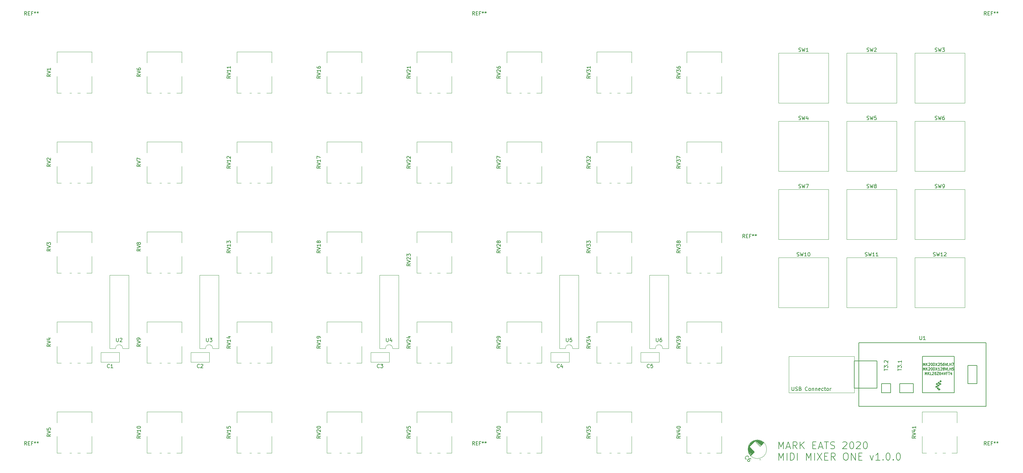
<source format=gbr>
G04 #@! TF.GenerationSoftware,KiCad,Pcbnew,(5.1.6)-1*
G04 #@! TF.CreationDate,2020-07-25T10:53:39-07:00*
G04 #@! TF.ProjectId,MIDI Mixer One v03,4d494449-204d-4697-9865-72204f6e6520,v1.0.0*
G04 #@! TF.SameCoordinates,Original*
G04 #@! TF.FileFunction,Legend,Top*
G04 #@! TF.FilePolarity,Positive*
%FSLAX46Y46*%
G04 Gerber Fmt 4.6, Leading zero omitted, Abs format (unit mm)*
G04 Created by KiCad (PCBNEW (5.1.6)-1) date 2020-07-25 10:53:39*
%MOMM*%
%LPD*%
G01*
G04 APERTURE LIST*
%ADD10C,0.150000*%
%ADD11C,0.120000*%
%ADD12C,0.100000*%
G04 APERTURE END LIST*
D10*
X277179690Y-185765761D02*
X277179690Y-183765761D01*
X277846357Y-185194333D01*
X278513023Y-183765761D01*
X278513023Y-185765761D01*
X279370166Y-185194333D02*
X280322547Y-185194333D01*
X279179690Y-185765761D02*
X279846357Y-183765761D01*
X280513023Y-185765761D01*
X282322547Y-185765761D02*
X281655880Y-184813380D01*
X281179690Y-185765761D02*
X281179690Y-183765761D01*
X281941595Y-183765761D01*
X282132071Y-183861000D01*
X282227309Y-183956238D01*
X282322547Y-184146714D01*
X282322547Y-184432428D01*
X282227309Y-184622904D01*
X282132071Y-184718142D01*
X281941595Y-184813380D01*
X281179690Y-184813380D01*
X283179690Y-185765761D02*
X283179690Y-183765761D01*
X284322547Y-185765761D02*
X283465404Y-184622904D01*
X284322547Y-183765761D02*
X283179690Y-184908619D01*
X286703500Y-184718142D02*
X287370166Y-184718142D01*
X287655880Y-185765761D02*
X286703500Y-185765761D01*
X286703500Y-183765761D01*
X287655880Y-183765761D01*
X288417785Y-185194333D02*
X289370166Y-185194333D01*
X288227309Y-185765761D02*
X288893976Y-183765761D01*
X289560642Y-185765761D01*
X289941595Y-183765761D02*
X291084452Y-183765761D01*
X290513023Y-185765761D02*
X290513023Y-183765761D01*
X291655880Y-185670523D02*
X291941595Y-185765761D01*
X292417785Y-185765761D01*
X292608261Y-185670523D01*
X292703500Y-185575285D01*
X292798738Y-185384809D01*
X292798738Y-185194333D01*
X292703500Y-185003857D01*
X292608261Y-184908619D01*
X292417785Y-184813380D01*
X292036833Y-184718142D01*
X291846357Y-184622904D01*
X291751119Y-184527666D01*
X291655880Y-184337190D01*
X291655880Y-184146714D01*
X291751119Y-183956238D01*
X291846357Y-183861000D01*
X292036833Y-183765761D01*
X292513023Y-183765761D01*
X292798738Y-183861000D01*
X295084452Y-183956238D02*
X295179690Y-183861000D01*
X295370166Y-183765761D01*
X295846357Y-183765761D01*
X296036833Y-183861000D01*
X296132071Y-183956238D01*
X296227309Y-184146714D01*
X296227309Y-184337190D01*
X296132071Y-184622904D01*
X294989214Y-185765761D01*
X296227309Y-185765761D01*
X297465404Y-183765761D02*
X297655880Y-183765761D01*
X297846357Y-183861000D01*
X297941595Y-183956238D01*
X298036833Y-184146714D01*
X298132071Y-184527666D01*
X298132071Y-185003857D01*
X298036833Y-185384809D01*
X297941595Y-185575285D01*
X297846357Y-185670523D01*
X297655880Y-185765761D01*
X297465404Y-185765761D01*
X297274928Y-185670523D01*
X297179690Y-185575285D01*
X297084452Y-185384809D01*
X296989214Y-185003857D01*
X296989214Y-184527666D01*
X297084452Y-184146714D01*
X297179690Y-183956238D01*
X297274928Y-183861000D01*
X297465404Y-183765761D01*
X298893976Y-183956238D02*
X298989214Y-183861000D01*
X299179690Y-183765761D01*
X299655880Y-183765761D01*
X299846357Y-183861000D01*
X299941595Y-183956238D01*
X300036833Y-184146714D01*
X300036833Y-184337190D01*
X299941595Y-184622904D01*
X298798738Y-185765761D01*
X300036833Y-185765761D01*
X301274928Y-183765761D02*
X301465404Y-183765761D01*
X301655880Y-183861000D01*
X301751119Y-183956238D01*
X301846357Y-184146714D01*
X301941595Y-184527666D01*
X301941595Y-185003857D01*
X301846357Y-185384809D01*
X301751119Y-185575285D01*
X301655880Y-185670523D01*
X301465404Y-185765761D01*
X301274928Y-185765761D01*
X301084452Y-185670523D01*
X300989214Y-185575285D01*
X300893976Y-185384809D01*
X300798738Y-185003857D01*
X300798738Y-184527666D01*
X300893976Y-184146714D01*
X300989214Y-183956238D01*
X301084452Y-183861000D01*
X301274928Y-183765761D01*
X277179690Y-188915761D02*
X277179690Y-186915761D01*
X277846357Y-188344333D01*
X278513023Y-186915761D01*
X278513023Y-188915761D01*
X279465404Y-188915761D02*
X279465404Y-186915761D01*
X280417785Y-188915761D02*
X280417785Y-186915761D01*
X280893976Y-186915761D01*
X281179690Y-187011000D01*
X281370166Y-187201476D01*
X281465404Y-187391952D01*
X281560642Y-187772904D01*
X281560642Y-188058619D01*
X281465404Y-188439571D01*
X281370166Y-188630047D01*
X281179690Y-188820523D01*
X280893976Y-188915761D01*
X280417785Y-188915761D01*
X282417785Y-188915761D02*
X282417785Y-186915761D01*
X284893976Y-188915761D02*
X284893976Y-186915761D01*
X285560642Y-188344333D01*
X286227309Y-186915761D01*
X286227309Y-188915761D01*
X287179690Y-188915761D02*
X287179690Y-186915761D01*
X287941595Y-186915761D02*
X289274928Y-188915761D01*
X289274928Y-186915761D02*
X287941595Y-188915761D01*
X290036833Y-187868142D02*
X290703500Y-187868142D01*
X290989214Y-188915761D02*
X290036833Y-188915761D01*
X290036833Y-186915761D01*
X290989214Y-186915761D01*
X292989214Y-188915761D02*
X292322547Y-187963380D01*
X291846357Y-188915761D02*
X291846357Y-186915761D01*
X292608261Y-186915761D01*
X292798738Y-187011000D01*
X292893976Y-187106238D01*
X292989214Y-187296714D01*
X292989214Y-187582428D01*
X292893976Y-187772904D01*
X292798738Y-187868142D01*
X292608261Y-187963380D01*
X291846357Y-187963380D01*
X295751119Y-186915761D02*
X296132071Y-186915761D01*
X296322547Y-187011000D01*
X296513023Y-187201476D01*
X296608261Y-187582428D01*
X296608261Y-188249095D01*
X296513023Y-188630047D01*
X296322547Y-188820523D01*
X296132071Y-188915761D01*
X295751119Y-188915761D01*
X295560642Y-188820523D01*
X295370166Y-188630047D01*
X295274928Y-188249095D01*
X295274928Y-187582428D01*
X295370166Y-187201476D01*
X295560642Y-187011000D01*
X295751119Y-186915761D01*
X297465404Y-188915761D02*
X297465404Y-186915761D01*
X298608261Y-188915761D01*
X298608261Y-186915761D01*
X299560642Y-187868142D02*
X300227309Y-187868142D01*
X300513023Y-188915761D02*
X299560642Y-188915761D01*
X299560642Y-186915761D01*
X300513023Y-186915761D01*
X302703500Y-187582428D02*
X303179690Y-188915761D01*
X303655880Y-187582428D01*
X305465404Y-188915761D02*
X304322547Y-188915761D01*
X304893976Y-188915761D02*
X304893976Y-186915761D01*
X304703500Y-187201476D01*
X304513023Y-187391952D01*
X304322547Y-187487190D01*
X306322547Y-188725285D02*
X306417785Y-188820523D01*
X306322547Y-188915761D01*
X306227309Y-188820523D01*
X306322547Y-188725285D01*
X306322547Y-188915761D01*
X307655880Y-186915761D02*
X307846357Y-186915761D01*
X308036833Y-187011000D01*
X308132071Y-187106238D01*
X308227309Y-187296714D01*
X308322547Y-187677666D01*
X308322547Y-188153857D01*
X308227309Y-188534809D01*
X308132071Y-188725285D01*
X308036833Y-188820523D01*
X307846357Y-188915761D01*
X307655880Y-188915761D01*
X307465404Y-188820523D01*
X307370166Y-188725285D01*
X307274928Y-188534809D01*
X307179690Y-188153857D01*
X307179690Y-187677666D01*
X307274928Y-187296714D01*
X307370166Y-187106238D01*
X307465404Y-187011000D01*
X307655880Y-186915761D01*
X309179690Y-188725285D02*
X309274928Y-188820523D01*
X309179690Y-188915761D01*
X309084452Y-188820523D01*
X309179690Y-188725285D01*
X309179690Y-188915761D01*
X310513023Y-186915761D02*
X310703500Y-186915761D01*
X310893976Y-187011000D01*
X310989214Y-187106238D01*
X311084452Y-187296714D01*
X311179690Y-187677666D01*
X311179690Y-188153857D01*
X311084452Y-188534809D01*
X310989214Y-188725285D01*
X310893976Y-188820523D01*
X310703500Y-188915761D01*
X310513023Y-188915761D01*
X310322547Y-188820523D01*
X310227309Y-188725285D01*
X310132071Y-188534809D01*
X310036833Y-188153857D01*
X310036833Y-187677666D01*
X310132071Y-187296714D01*
X310227309Y-187106238D01*
X310322547Y-187011000D01*
X310513023Y-186915761D01*
X280878595Y-168489380D02*
X280878595Y-169298904D01*
X280926214Y-169394142D01*
X280973833Y-169441761D01*
X281069071Y-169489380D01*
X281259547Y-169489380D01*
X281354785Y-169441761D01*
X281402404Y-169394142D01*
X281450023Y-169298904D01*
X281450023Y-168489380D01*
X281878595Y-169441761D02*
X282021452Y-169489380D01*
X282259547Y-169489380D01*
X282354785Y-169441761D01*
X282402404Y-169394142D01*
X282450023Y-169298904D01*
X282450023Y-169203666D01*
X282402404Y-169108428D01*
X282354785Y-169060809D01*
X282259547Y-169013190D01*
X282069071Y-168965571D01*
X281973833Y-168917952D01*
X281926214Y-168870333D01*
X281878595Y-168775095D01*
X281878595Y-168679857D01*
X281926214Y-168584619D01*
X281973833Y-168537000D01*
X282069071Y-168489380D01*
X282307166Y-168489380D01*
X282450023Y-168537000D01*
X283211928Y-168965571D02*
X283354785Y-169013190D01*
X283402404Y-169060809D01*
X283450023Y-169156047D01*
X283450023Y-169298904D01*
X283402404Y-169394142D01*
X283354785Y-169441761D01*
X283259547Y-169489380D01*
X282878595Y-169489380D01*
X282878595Y-168489380D01*
X283211928Y-168489380D01*
X283307166Y-168537000D01*
X283354785Y-168584619D01*
X283402404Y-168679857D01*
X283402404Y-168775095D01*
X283354785Y-168870333D01*
X283307166Y-168917952D01*
X283211928Y-168965571D01*
X282878595Y-168965571D01*
X285211928Y-169394142D02*
X285164309Y-169441761D01*
X285021452Y-169489380D01*
X284926214Y-169489380D01*
X284783357Y-169441761D01*
X284688119Y-169346523D01*
X284640500Y-169251285D01*
X284592880Y-169060809D01*
X284592880Y-168917952D01*
X284640500Y-168727476D01*
X284688119Y-168632238D01*
X284783357Y-168537000D01*
X284926214Y-168489380D01*
X285021452Y-168489380D01*
X285164309Y-168537000D01*
X285211928Y-168584619D01*
X285783357Y-169489380D02*
X285688119Y-169441761D01*
X285640500Y-169394142D01*
X285592880Y-169298904D01*
X285592880Y-169013190D01*
X285640500Y-168917952D01*
X285688119Y-168870333D01*
X285783357Y-168822714D01*
X285926214Y-168822714D01*
X286021452Y-168870333D01*
X286069071Y-168917952D01*
X286116690Y-169013190D01*
X286116690Y-169298904D01*
X286069071Y-169394142D01*
X286021452Y-169441761D01*
X285926214Y-169489380D01*
X285783357Y-169489380D01*
X286545261Y-168822714D02*
X286545261Y-169489380D01*
X286545261Y-168917952D02*
X286592880Y-168870333D01*
X286688119Y-168822714D01*
X286830976Y-168822714D01*
X286926214Y-168870333D01*
X286973833Y-168965571D01*
X286973833Y-169489380D01*
X287450023Y-168822714D02*
X287450023Y-169489380D01*
X287450023Y-168917952D02*
X287497642Y-168870333D01*
X287592880Y-168822714D01*
X287735738Y-168822714D01*
X287830976Y-168870333D01*
X287878595Y-168965571D01*
X287878595Y-169489380D01*
X288735738Y-169441761D02*
X288640500Y-169489380D01*
X288450023Y-169489380D01*
X288354785Y-169441761D01*
X288307166Y-169346523D01*
X288307166Y-168965571D01*
X288354785Y-168870333D01*
X288450023Y-168822714D01*
X288640500Y-168822714D01*
X288735738Y-168870333D01*
X288783357Y-168965571D01*
X288783357Y-169060809D01*
X288307166Y-169156047D01*
X289640500Y-169441761D02*
X289545261Y-169489380D01*
X289354785Y-169489380D01*
X289259547Y-169441761D01*
X289211928Y-169394142D01*
X289164309Y-169298904D01*
X289164309Y-169013190D01*
X289211928Y-168917952D01*
X289259547Y-168870333D01*
X289354785Y-168822714D01*
X289545261Y-168822714D01*
X289640500Y-168870333D01*
X289926214Y-168822714D02*
X290307166Y-168822714D01*
X290069071Y-168489380D02*
X290069071Y-169346523D01*
X290116690Y-169441761D01*
X290211928Y-169489380D01*
X290307166Y-169489380D01*
X290783357Y-169489380D02*
X290688119Y-169441761D01*
X290640500Y-169394142D01*
X290592880Y-169298904D01*
X290592880Y-169013190D01*
X290640500Y-168917952D01*
X290688119Y-168870333D01*
X290783357Y-168822714D01*
X290926214Y-168822714D01*
X291021452Y-168870333D01*
X291069071Y-168917952D01*
X291116690Y-169013190D01*
X291116690Y-169298904D01*
X291069071Y-169394142D01*
X291021452Y-169441761D01*
X290926214Y-169489380D01*
X290783357Y-169489380D01*
X291545261Y-169489380D02*
X291545261Y-168822714D01*
X291545261Y-169013190D02*
X291592880Y-168917952D01*
X291640500Y-168870333D01*
X291735738Y-168822714D01*
X291830976Y-168822714D01*
D11*
X292227000Y-159893000D02*
X298323000Y-159893000D01*
X298323000Y-170053000D02*
X292227000Y-170053000D01*
X298323000Y-159893000D02*
X298323000Y-170053000D01*
X280035000Y-159893000D02*
X280035000Y-170053000D01*
X292227000Y-170053000D02*
X280035000Y-170053000D01*
X280035000Y-159893000D02*
X292227000Y-159893000D01*
X315214000Y-127254000D02*
X315214000Y-113284000D01*
X329184000Y-127254000D02*
X315214000Y-127254000D01*
X329184000Y-113284000D02*
X329184000Y-127254000D01*
X315214000Y-113284000D02*
X329184000Y-113284000D01*
X236097000Y-125071000D02*
X226357000Y-125071000D01*
X236097000Y-136661000D02*
X234607000Y-136661000D01*
X236097000Y-128131000D02*
X236097000Y-125071000D01*
X226347000Y-136661000D02*
X226347000Y-131941000D01*
X226357000Y-128131000D02*
X226357000Y-125071000D01*
X236097000Y-136661000D02*
X236097000Y-131941000D01*
X227537000Y-136661000D02*
X226357000Y-136661000D01*
X230437000Y-136661000D02*
X229907000Y-136661000D01*
X232887000Y-136661000D02*
X232057000Y-136661000D01*
X215917000Y-157667000D02*
X217567000Y-157667000D01*
X215917000Y-137227000D02*
X215917000Y-157667000D01*
X221217000Y-137227000D02*
X215917000Y-137227000D01*
X221217000Y-157667000D02*
X221217000Y-137227000D01*
X219567000Y-157667000D02*
X221217000Y-157667000D01*
X217567000Y-157667000D02*
G75*
G02*
X219567000Y-157667000I1000000J0D01*
G01*
X210951000Y-150217000D02*
X201211000Y-150217000D01*
X210951000Y-161807000D02*
X209461000Y-161807000D01*
X210951000Y-153277000D02*
X210951000Y-150217000D01*
X201201000Y-161807000D02*
X201201000Y-157087000D01*
X201211000Y-153277000D02*
X201211000Y-150217000D01*
X210951000Y-161807000D02*
X210951000Y-157087000D01*
X202391000Y-161807000D02*
X201211000Y-161807000D01*
X205291000Y-161807000D02*
X204761000Y-161807000D01*
X207741000Y-161807000D02*
X206911000Y-161807000D01*
X160659000Y-125071000D02*
X150919000Y-125071000D01*
X160659000Y-136661000D02*
X159169000Y-136661000D01*
X160659000Y-128131000D02*
X160659000Y-125071000D01*
X150909000Y-136661000D02*
X150909000Y-131941000D01*
X150919000Y-128131000D02*
X150919000Y-125071000D01*
X160659000Y-136661000D02*
X160659000Y-131941000D01*
X152099000Y-136661000D02*
X150919000Y-136661000D01*
X154999000Y-136661000D02*
X154469000Y-136661000D01*
X157449000Y-136661000D02*
X156619000Y-136661000D01*
X185805000Y-125071000D02*
X176065000Y-125071000D01*
X185805000Y-136661000D02*
X184315000Y-136661000D01*
X185805000Y-128131000D02*
X185805000Y-125071000D01*
X176055000Y-136661000D02*
X176055000Y-131941000D01*
X176065000Y-128131000D02*
X176065000Y-125071000D01*
X185805000Y-136661000D02*
X185805000Y-131941000D01*
X177245000Y-136661000D02*
X176065000Y-136661000D01*
X180145000Y-136661000D02*
X179615000Y-136661000D01*
X182595000Y-136661000D02*
X181765000Y-136661000D01*
X160659000Y-150217000D02*
X150919000Y-150217000D01*
X160659000Y-161807000D02*
X159169000Y-161807000D01*
X160659000Y-153277000D02*
X160659000Y-150217000D01*
X150909000Y-161807000D02*
X150909000Y-157087000D01*
X150919000Y-153277000D02*
X150919000Y-150217000D01*
X160659000Y-161807000D02*
X160659000Y-157087000D01*
X152099000Y-161807000D02*
X150919000Y-161807000D01*
X154999000Y-161807000D02*
X154469000Y-161807000D01*
X157449000Y-161807000D02*
X156619000Y-161807000D01*
X165625000Y-157667000D02*
X167275000Y-157667000D01*
X165625000Y-137227000D02*
X165625000Y-157667000D01*
X170925000Y-137227000D02*
X165625000Y-137227000D01*
X170925000Y-157667000D02*
X170925000Y-137227000D01*
X169275000Y-157667000D02*
X170925000Y-157667000D01*
X167275000Y-157667000D02*
G75*
G02*
X169275000Y-157667000I1000000J0D01*
G01*
X90187000Y-157667000D02*
X91837000Y-157667000D01*
X90187000Y-137227000D02*
X90187000Y-157667000D01*
X95487000Y-137227000D02*
X90187000Y-137227000D01*
X95487000Y-157667000D02*
X95487000Y-137227000D01*
X93837000Y-157667000D02*
X95487000Y-157667000D01*
X91837000Y-157667000D02*
G75*
G02*
X93837000Y-157667000I1000000J0D01*
G01*
X261243000Y-125071000D02*
X251503000Y-125071000D01*
X261243000Y-136661000D02*
X259753000Y-136661000D01*
X261243000Y-128131000D02*
X261243000Y-125071000D01*
X251493000Y-136661000D02*
X251493000Y-131941000D01*
X251503000Y-128131000D02*
X251503000Y-125071000D01*
X261243000Y-136661000D02*
X261243000Y-131941000D01*
X252683000Y-136661000D02*
X251503000Y-136661000D01*
X255583000Y-136661000D02*
X255053000Y-136661000D01*
X258033000Y-136661000D02*
X257203000Y-136661000D01*
X315214000Y-146304000D02*
X315214000Y-132334000D01*
X329184000Y-146304000D02*
X315214000Y-146304000D01*
X329184000Y-132334000D02*
X329184000Y-146304000D01*
X315214000Y-132334000D02*
X329184000Y-132334000D01*
X163135000Y-161517000D02*
X163135000Y-158777000D01*
X168375000Y-161517000D02*
X168375000Y-158777000D01*
X168375000Y-158777000D02*
X163135000Y-158777000D01*
X168375000Y-161517000D02*
X163135000Y-161517000D01*
X112843000Y-161517000D02*
X112843000Y-158777000D01*
X118083000Y-161517000D02*
X118083000Y-158777000D01*
X118083000Y-158777000D02*
X112843000Y-158777000D01*
X118083000Y-161517000D02*
X112843000Y-161517000D01*
X87697000Y-161517000D02*
X87697000Y-158777000D01*
X92937000Y-161517000D02*
X92937000Y-158777000D01*
X92937000Y-158777000D02*
X87697000Y-158777000D01*
X92937000Y-161517000D02*
X87697000Y-161517000D01*
X238573000Y-161517000D02*
X238573000Y-158777000D01*
X243813000Y-161517000D02*
X243813000Y-158777000D01*
X243813000Y-158777000D02*
X238573000Y-158777000D01*
X243813000Y-161517000D02*
X238573000Y-161517000D01*
X213427000Y-161517000D02*
X213427000Y-158777000D01*
X218667000Y-161517000D02*
X218667000Y-158777000D01*
X218667000Y-158777000D02*
X213427000Y-158777000D01*
X218667000Y-161517000D02*
X213427000Y-161517000D01*
X271786633Y-188882151D02*
X272140186Y-188528598D01*
X272140186Y-188882151D02*
X271786633Y-188528598D01*
X269159890Y-184217527D02*
X269561527Y-183815890D01*
X269022711Y-184411274D02*
X269755274Y-183678711D01*
X268938566Y-184551988D02*
X269895988Y-183594566D01*
X268876340Y-184670782D02*
X270014782Y-183532340D01*
X268826843Y-184776848D02*
X270120848Y-183482843D01*
X268787245Y-184873015D02*
X270217015Y-183443245D01*
X268754011Y-184962817D02*
X270306817Y-183410011D01*
X268725727Y-185047670D02*
X270391670Y-183381727D01*
X268702392Y-185127573D02*
X270471573Y-183358392D01*
X268682593Y-185203941D02*
X270547941Y-183338593D01*
X268665623Y-185277480D02*
X270621480Y-183321623D01*
X268651480Y-185348191D02*
X270692191Y-183307480D01*
X268639460Y-185416780D02*
X270760780Y-183295460D01*
X268629560Y-185483248D02*
X270827248Y-183285560D01*
X268621782Y-185547595D02*
X270891595Y-183277782D01*
X270520364Y-183705581D02*
X270953820Y-183272125D01*
X268616125Y-185609820D02*
X269049581Y-185176364D01*
X270548648Y-183733866D02*
X271014631Y-183267882D01*
X268611882Y-185670631D02*
X269077866Y-185204648D01*
X270576932Y-183762150D02*
X271074028Y-183265054D01*
X268609054Y-185730028D02*
X269106150Y-185232932D01*
X270605216Y-183790434D02*
X271132011Y-183263640D01*
X268607640Y-185788011D02*
X269134434Y-185261216D01*
X270633501Y-183818719D02*
X271189287Y-183262933D01*
X268606933Y-185845287D02*
X269162719Y-185289501D01*
X270661785Y-183847003D02*
X271244441Y-183264347D01*
X268608347Y-185900441D02*
X269191003Y-185317785D01*
X270690069Y-183875287D02*
X271298888Y-183266468D01*
X268610468Y-185954888D02*
X269219287Y-185346069D01*
X270718354Y-183903571D02*
X271352628Y-183269297D01*
X268613297Y-186008628D02*
X269247571Y-185374354D01*
X270746638Y-183931856D02*
X271404954Y-183273539D01*
X268617539Y-186060954D02*
X269275856Y-185402638D01*
X270774922Y-183960140D02*
X271456573Y-183278489D01*
X268622489Y-186112573D02*
X269304140Y-185430922D01*
X270803206Y-183988424D02*
X271506778Y-183284853D01*
X268628853Y-186162778D02*
X269332424Y-185459206D01*
X270831491Y-184016708D02*
X271556275Y-183291924D01*
X268635924Y-186212275D02*
X269360708Y-185487491D01*
X270859775Y-184044993D02*
X271605773Y-183298995D01*
X268642995Y-186261773D02*
X269388993Y-185515775D01*
X270888059Y-184073277D02*
X271653149Y-183308187D01*
X268652187Y-186309149D02*
X269417277Y-185544059D01*
X270916343Y-184101561D02*
X271700525Y-183317380D01*
X268661380Y-186356525D02*
X269445561Y-185572343D01*
X270944628Y-184129846D02*
X271747194Y-183327279D01*
X268671279Y-186403194D02*
X269473846Y-185600628D01*
X270972912Y-184158130D02*
X271793156Y-183337886D01*
X268681886Y-186449156D02*
X269502130Y-185628912D01*
X271001196Y-184186414D02*
X271838411Y-183349200D01*
X268693200Y-186494411D02*
X269530414Y-185657196D01*
X271029480Y-184214698D02*
X271882958Y-183361220D01*
X268705220Y-186538958D02*
X269558698Y-185685480D01*
X271057765Y-184242983D02*
X271926092Y-183374656D01*
X268718656Y-186582092D02*
X269586983Y-185713765D01*
X271086049Y-184271267D02*
X271969933Y-183387383D01*
X268731383Y-186625933D02*
X269615267Y-185742049D01*
X271114333Y-184299551D02*
X272012359Y-183401526D01*
X268745526Y-186668359D02*
X269643551Y-185770333D01*
X271142618Y-184327835D02*
X272054078Y-183416375D01*
X268760375Y-186710078D02*
X269671835Y-185798618D01*
X271170902Y-184356120D02*
X272095798Y-183431224D01*
X268775224Y-186751798D02*
X269700120Y-185826902D01*
X271199186Y-184384404D02*
X272136103Y-183447488D01*
X268791488Y-186792103D02*
X269728404Y-185855186D01*
X271227470Y-184412688D02*
X272176408Y-183463751D01*
X268807751Y-186832408D02*
X269756688Y-185883470D01*
X271255755Y-184440973D02*
X272216006Y-183480722D01*
X268824722Y-186872006D02*
X269784973Y-185911755D01*
X271284039Y-184469257D02*
X272255604Y-183497692D01*
X268841692Y-186911604D02*
X269813257Y-185940039D01*
X271312323Y-184497541D02*
X272293787Y-183516077D01*
X268860077Y-186949787D02*
X269841541Y-185968323D01*
X271340607Y-184525825D02*
X272331971Y-183534462D01*
X268878462Y-186987971D02*
X269869825Y-185996607D01*
X271368892Y-184554110D02*
X272369448Y-183553554D01*
X268897554Y-187025448D02*
X269898110Y-186024892D01*
X271397176Y-184582394D02*
X272406924Y-183572645D01*
X268916645Y-187062924D02*
X269926394Y-186053176D01*
X271425460Y-184610678D02*
X272443694Y-183592444D01*
X268936444Y-187099694D02*
X269954678Y-186081460D01*
X271454452Y-184639670D02*
X272480464Y-183613658D01*
X268957658Y-187136464D02*
X269983670Y-186110452D01*
X271482736Y-184667954D02*
X272515819Y-183634871D01*
X268978871Y-187171819D02*
X270011954Y-186138736D01*
X271511020Y-184696238D02*
X272551174Y-183656084D01*
X269000084Y-187207174D02*
X270040238Y-186167020D01*
X271539304Y-184724522D02*
X272585823Y-183678004D01*
X269022004Y-187241823D02*
X270068522Y-186195304D01*
X271567589Y-184752807D02*
X272619764Y-183700632D01*
X269044632Y-187275764D02*
X270096807Y-186223589D01*
X271595873Y-184781091D02*
X272653705Y-183723259D01*
X269067259Y-187309705D02*
X270125091Y-186251873D01*
X271624157Y-184809375D02*
X272686939Y-183746594D01*
X269090594Y-187342939D02*
X270153375Y-186280157D01*
X271652442Y-184837659D02*
X272720173Y-183769928D01*
X269113928Y-187376173D02*
X270181659Y-186308442D01*
X271680726Y-184865944D02*
X272752700Y-183793970D01*
X269137970Y-187408700D02*
X270209944Y-186336726D01*
X271709010Y-184894228D02*
X272784520Y-183818719D01*
X269162719Y-187440520D02*
X270238228Y-186365010D01*
X271737294Y-184922512D02*
X272815632Y-183844174D01*
X269188174Y-187471632D02*
X270266512Y-186393294D01*
X271765579Y-184950797D02*
X272846745Y-183869630D01*
X269213630Y-187502745D02*
X270294797Y-186421579D01*
X271793863Y-184979081D02*
X272877858Y-183895086D01*
X269239086Y-187533858D02*
X270323081Y-186449863D01*
X271822147Y-185007365D02*
X272908263Y-183921249D01*
X269265249Y-187564263D02*
X270351365Y-186478147D01*
X271850431Y-185035649D02*
X272937962Y-183948119D01*
X269292119Y-187593962D02*
X270379649Y-186506431D01*
X271878716Y-185063934D02*
X272966953Y-183975696D01*
X269319696Y-187622953D02*
X270407934Y-186534716D01*
X269347273Y-187651944D02*
X270436218Y-186563000D01*
X271907000Y-185092218D02*
X272995944Y-184003273D01*
X269375558Y-187680229D02*
X270464502Y-186591284D01*
X271935284Y-185120502D02*
X273024229Y-184031558D01*
X273819893Y-185855893D02*
G75*
G03*
X273819893Y-185855893I-2620000J0D01*
G01*
D12*
G36*
X322199000Y-167894000D02*
G01*
X321945000Y-167640000D01*
X322326000Y-167386000D01*
X322580000Y-167640000D01*
X322199000Y-167894000D01*
G37*
X322199000Y-167894000D02*
X321945000Y-167640000D01*
X322326000Y-167386000D01*
X322580000Y-167640000D01*
X322199000Y-167894000D01*
G36*
X321183000Y-168656000D02*
G01*
X320929000Y-168402000D01*
X321310000Y-168148000D01*
X321564000Y-168402000D01*
X321183000Y-168656000D01*
G37*
X321183000Y-168656000D02*
X320929000Y-168402000D01*
X321310000Y-168148000D01*
X321564000Y-168402000D01*
X321183000Y-168656000D01*
G36*
X321945000Y-169418000D02*
G01*
X321691000Y-169164000D01*
X322072000Y-168910000D01*
X322326000Y-169164000D01*
X321945000Y-169418000D01*
G37*
X321945000Y-169418000D02*
X321691000Y-169164000D01*
X322072000Y-168910000D01*
X322326000Y-169164000D01*
X321945000Y-169418000D01*
G36*
X321818000Y-167513000D02*
G01*
X321564000Y-167259000D01*
X321945000Y-167005000D01*
X322199000Y-167259000D01*
X321818000Y-167513000D01*
G37*
X321818000Y-167513000D02*
X321564000Y-167259000D01*
X321945000Y-167005000D01*
X322199000Y-167259000D01*
X321818000Y-167513000D01*
G36*
X321564000Y-169037000D02*
G01*
X321310000Y-168783000D01*
X321691000Y-168529000D01*
X321945000Y-168783000D01*
X321564000Y-169037000D01*
G37*
X321564000Y-169037000D02*
X321310000Y-168783000D01*
X321691000Y-168529000D01*
X321945000Y-168783000D01*
X321564000Y-169037000D01*
G36*
X322326000Y-167132000D02*
G01*
X322072000Y-166878000D01*
X322453000Y-166624000D01*
X322707000Y-166878000D01*
X322326000Y-167132000D01*
G37*
X322326000Y-167132000D02*
X322072000Y-166878000D01*
X322453000Y-166624000D01*
X322707000Y-166878000D01*
X322326000Y-167132000D01*
G36*
X321691000Y-168275000D02*
G01*
X321437000Y-168021000D01*
X321818000Y-167767000D01*
X322072000Y-168021000D01*
X321691000Y-168275000D01*
G37*
X321691000Y-168275000D02*
X321437000Y-168021000D01*
X321818000Y-167767000D01*
X322072000Y-168021000D01*
X321691000Y-168275000D01*
G36*
X321310000Y-167894000D02*
G01*
X321056000Y-167640000D01*
X321437000Y-167386000D01*
X321691000Y-167640000D01*
X321310000Y-167894000D01*
G37*
X321310000Y-167894000D02*
X321056000Y-167640000D01*
X321437000Y-167386000D01*
X321691000Y-167640000D01*
X321310000Y-167894000D01*
D10*
X299593000Y-173863000D02*
X299593000Y-156083000D01*
X335153000Y-173863000D02*
X299593000Y-173863000D01*
X335153000Y-156083000D02*
X335153000Y-173863000D01*
X299593000Y-156083000D02*
X335153000Y-156083000D01*
X326263000Y-170053000D02*
X317373000Y-170053000D01*
X326263000Y-159893000D02*
X317373000Y-159893000D01*
X317373000Y-159893000D02*
X317373000Y-170053000D01*
X326263000Y-170053000D02*
X326263000Y-159893000D01*
X330073000Y-162433000D02*
X332613000Y-162433000D01*
X330073000Y-167513000D02*
X330073000Y-162433000D01*
X332613000Y-167513000D02*
X330073000Y-167513000D01*
X332613000Y-162433000D02*
X332613000Y-167513000D01*
X305943000Y-167513000D02*
X305943000Y-170053000D01*
X308483000Y-167513000D02*
X305943000Y-167513000D01*
X308483000Y-170053000D02*
X308483000Y-167513000D01*
X305943000Y-170053000D02*
X308483000Y-170053000D01*
X304673000Y-168783000D02*
X299593000Y-168783000D01*
X304673000Y-161163000D02*
X299593000Y-161163000D01*
X304673000Y-168783000D02*
X304673000Y-161163000D01*
X311023000Y-167513000D02*
X311023000Y-170053000D01*
X314833000Y-167513000D02*
X311023000Y-167513000D01*
X314833000Y-170053000D02*
X314833000Y-167513000D01*
X311023000Y-170053000D02*
X314833000Y-170053000D01*
X298323000Y-161163000D02*
X299593000Y-161163000D01*
X298323000Y-168783000D02*
X298323000Y-161163000D01*
X299593000Y-168783000D02*
X298323000Y-168783000D01*
D11*
X241063000Y-157667000D02*
X242713000Y-157667000D01*
X241063000Y-137227000D02*
X241063000Y-157667000D01*
X246363000Y-137227000D02*
X241063000Y-137227000D01*
X246363000Y-157667000D02*
X246363000Y-137227000D01*
X244713000Y-157667000D02*
X246363000Y-157667000D01*
X242713000Y-157667000D02*
G75*
G02*
X244713000Y-157667000I1000000J0D01*
G01*
X296164000Y-146304000D02*
X296164000Y-132334000D01*
X310134000Y-146304000D02*
X296164000Y-146304000D01*
X310134000Y-132334000D02*
X310134000Y-146304000D01*
X296164000Y-132334000D02*
X310134000Y-132334000D01*
X277114000Y-127254000D02*
X277114000Y-113284000D01*
X291084000Y-127254000D02*
X277114000Y-127254000D01*
X291084000Y-113284000D02*
X291084000Y-127254000D01*
X277114000Y-113284000D02*
X291084000Y-113284000D01*
X277114000Y-146304000D02*
X277114000Y-132334000D01*
X291084000Y-146304000D02*
X277114000Y-146304000D01*
X291084000Y-132334000D02*
X291084000Y-146304000D01*
X277114000Y-132334000D02*
X291084000Y-132334000D01*
X160659000Y-175363000D02*
X150919000Y-175363000D01*
X160659000Y-186953000D02*
X159169000Y-186953000D01*
X160659000Y-178423000D02*
X160659000Y-175363000D01*
X150909000Y-186953000D02*
X150909000Y-182233000D01*
X150919000Y-178423000D02*
X150919000Y-175363000D01*
X160659000Y-186953000D02*
X160659000Y-182233000D01*
X152099000Y-186953000D02*
X150919000Y-186953000D01*
X154999000Y-186953000D02*
X154469000Y-186953000D01*
X157449000Y-186953000D02*
X156619000Y-186953000D01*
X115333000Y-157667000D02*
X116983000Y-157667000D01*
X115333000Y-137227000D02*
X115333000Y-157667000D01*
X120633000Y-137227000D02*
X115333000Y-137227000D01*
X120633000Y-157667000D02*
X120633000Y-137227000D01*
X118983000Y-157667000D02*
X120633000Y-157667000D01*
X116983000Y-157667000D02*
G75*
G02*
X118983000Y-157667000I1000000J0D01*
G01*
X296164000Y-127254000D02*
X296164000Y-113284000D01*
X310134000Y-127254000D02*
X296164000Y-127254000D01*
X310134000Y-113284000D02*
X310134000Y-127254000D01*
X296164000Y-113284000D02*
X310134000Y-113284000D01*
X315214000Y-108204000D02*
X315214000Y-94234000D01*
X329184000Y-108204000D02*
X315214000Y-108204000D01*
X329184000Y-94234000D02*
X329184000Y-108204000D01*
X315214000Y-94234000D02*
X329184000Y-94234000D01*
X296164000Y-108204000D02*
X296164000Y-94234000D01*
X310134000Y-108204000D02*
X296164000Y-108204000D01*
X310134000Y-94234000D02*
X310134000Y-108204000D01*
X296164000Y-94234000D02*
X310134000Y-94234000D01*
X277114000Y-108204000D02*
X277114000Y-94234000D01*
X291084000Y-108204000D02*
X277114000Y-108204000D01*
X291084000Y-94234000D02*
X291084000Y-108204000D01*
X277114000Y-94234000D02*
X291084000Y-94234000D01*
X315214000Y-89154000D02*
X315214000Y-75184000D01*
X329184000Y-89154000D02*
X315214000Y-89154000D01*
X329184000Y-75184000D02*
X329184000Y-89154000D01*
X315214000Y-75184000D02*
X329184000Y-75184000D01*
X296164000Y-89154000D02*
X296164000Y-75184000D01*
X310134000Y-89154000D02*
X296164000Y-89154000D01*
X310134000Y-75184000D02*
X310134000Y-89154000D01*
X296164000Y-75184000D02*
X310134000Y-75184000D01*
X277114000Y-89154000D02*
X277114000Y-75184000D01*
X291084000Y-89154000D02*
X277114000Y-89154000D01*
X291084000Y-75184000D02*
X291084000Y-89154000D01*
X277114000Y-75184000D02*
X291084000Y-75184000D01*
X323819000Y-186953000D02*
X322989000Y-186953000D01*
X321369000Y-186953000D02*
X320839000Y-186953000D01*
X318469000Y-186953000D02*
X317289000Y-186953000D01*
X327029000Y-186953000D02*
X327029000Y-182233000D01*
X317289000Y-178423000D02*
X317289000Y-175363000D01*
X317279000Y-186953000D02*
X317279000Y-182233000D01*
X327029000Y-178423000D02*
X327029000Y-175363000D01*
X327029000Y-186953000D02*
X325539000Y-186953000D01*
X327029000Y-175363000D02*
X317289000Y-175363000D01*
X261243000Y-175363000D02*
X251503000Y-175363000D01*
X261243000Y-186953000D02*
X259753000Y-186953000D01*
X261243000Y-178423000D02*
X261243000Y-175363000D01*
X251493000Y-186953000D02*
X251493000Y-182233000D01*
X251503000Y-178423000D02*
X251503000Y-175363000D01*
X261243000Y-186953000D02*
X261243000Y-182233000D01*
X252683000Y-186953000D02*
X251503000Y-186953000D01*
X255583000Y-186953000D02*
X255053000Y-186953000D01*
X258033000Y-186953000D02*
X257203000Y-186953000D01*
X261243000Y-150217000D02*
X251503000Y-150217000D01*
X261243000Y-161807000D02*
X259753000Y-161807000D01*
X261243000Y-153277000D02*
X261243000Y-150217000D01*
X251493000Y-161807000D02*
X251493000Y-157087000D01*
X251503000Y-153277000D02*
X251503000Y-150217000D01*
X261243000Y-161807000D02*
X261243000Y-157087000D01*
X252683000Y-161807000D02*
X251503000Y-161807000D01*
X255583000Y-161807000D02*
X255053000Y-161807000D01*
X258033000Y-161807000D02*
X257203000Y-161807000D01*
X261243000Y-99925000D02*
X251503000Y-99925000D01*
X261243000Y-111515000D02*
X259753000Y-111515000D01*
X261243000Y-102985000D02*
X261243000Y-99925000D01*
X251493000Y-111515000D02*
X251493000Y-106795000D01*
X251503000Y-102985000D02*
X251503000Y-99925000D01*
X261243000Y-111515000D02*
X261243000Y-106795000D01*
X252683000Y-111515000D02*
X251503000Y-111515000D01*
X255583000Y-111515000D02*
X255053000Y-111515000D01*
X258033000Y-111515000D02*
X257203000Y-111515000D01*
X261243000Y-74779000D02*
X251503000Y-74779000D01*
X261243000Y-86369000D02*
X259753000Y-86369000D01*
X261243000Y-77839000D02*
X261243000Y-74779000D01*
X251493000Y-86369000D02*
X251493000Y-81649000D01*
X251503000Y-77839000D02*
X251503000Y-74779000D01*
X261243000Y-86369000D02*
X261243000Y-81649000D01*
X252683000Y-86369000D02*
X251503000Y-86369000D01*
X255583000Y-86369000D02*
X255053000Y-86369000D01*
X258033000Y-86369000D02*
X257203000Y-86369000D01*
X236097000Y-175363000D02*
X226357000Y-175363000D01*
X236097000Y-186953000D02*
X234607000Y-186953000D01*
X236097000Y-178423000D02*
X236097000Y-175363000D01*
X226347000Y-186953000D02*
X226347000Y-182233000D01*
X226357000Y-178423000D02*
X226357000Y-175363000D01*
X236097000Y-186953000D02*
X236097000Y-182233000D01*
X227537000Y-186953000D02*
X226357000Y-186953000D01*
X230437000Y-186953000D02*
X229907000Y-186953000D01*
X232887000Y-186953000D02*
X232057000Y-186953000D01*
X236097000Y-150217000D02*
X226357000Y-150217000D01*
X236097000Y-161807000D02*
X234607000Y-161807000D01*
X236097000Y-153277000D02*
X236097000Y-150217000D01*
X226347000Y-161807000D02*
X226347000Y-157087000D01*
X226357000Y-153277000D02*
X226357000Y-150217000D01*
X236097000Y-161807000D02*
X236097000Y-157087000D01*
X227537000Y-161807000D02*
X226357000Y-161807000D01*
X230437000Y-161807000D02*
X229907000Y-161807000D01*
X232887000Y-161807000D02*
X232057000Y-161807000D01*
X236097000Y-99925000D02*
X226357000Y-99925000D01*
X236097000Y-111515000D02*
X234607000Y-111515000D01*
X236097000Y-102985000D02*
X236097000Y-99925000D01*
X226347000Y-111515000D02*
X226347000Y-106795000D01*
X226357000Y-102985000D02*
X226357000Y-99925000D01*
X236097000Y-111515000D02*
X236097000Y-106795000D01*
X227537000Y-111515000D02*
X226357000Y-111515000D01*
X230437000Y-111515000D02*
X229907000Y-111515000D01*
X232887000Y-111515000D02*
X232057000Y-111515000D01*
X236097000Y-74779000D02*
X226357000Y-74779000D01*
X236097000Y-86369000D02*
X234607000Y-86369000D01*
X236097000Y-77839000D02*
X236097000Y-74779000D01*
X226347000Y-86369000D02*
X226347000Y-81649000D01*
X226357000Y-77839000D02*
X226357000Y-74779000D01*
X236097000Y-86369000D02*
X236097000Y-81649000D01*
X227537000Y-86369000D02*
X226357000Y-86369000D01*
X230437000Y-86369000D02*
X229907000Y-86369000D01*
X232887000Y-86369000D02*
X232057000Y-86369000D01*
X210951000Y-175363000D02*
X201211000Y-175363000D01*
X210951000Y-186953000D02*
X209461000Y-186953000D01*
X210951000Y-178423000D02*
X210951000Y-175363000D01*
X201201000Y-186953000D02*
X201201000Y-182233000D01*
X201211000Y-178423000D02*
X201211000Y-175363000D01*
X210951000Y-186953000D02*
X210951000Y-182233000D01*
X202391000Y-186953000D02*
X201211000Y-186953000D01*
X205291000Y-186953000D02*
X204761000Y-186953000D01*
X207741000Y-186953000D02*
X206911000Y-186953000D01*
X210951000Y-125071000D02*
X201211000Y-125071000D01*
X210951000Y-136661000D02*
X209461000Y-136661000D01*
X210951000Y-128131000D02*
X210951000Y-125071000D01*
X201201000Y-136661000D02*
X201201000Y-131941000D01*
X201211000Y-128131000D02*
X201211000Y-125071000D01*
X210951000Y-136661000D02*
X210951000Y-131941000D01*
X202391000Y-136661000D02*
X201211000Y-136661000D01*
X205291000Y-136661000D02*
X204761000Y-136661000D01*
X207741000Y-136661000D02*
X206911000Y-136661000D01*
X210951000Y-99925000D02*
X201211000Y-99925000D01*
X210951000Y-111515000D02*
X209461000Y-111515000D01*
X210951000Y-102985000D02*
X210951000Y-99925000D01*
X201201000Y-111515000D02*
X201201000Y-106795000D01*
X201211000Y-102985000D02*
X201211000Y-99925000D01*
X210951000Y-111515000D02*
X210951000Y-106795000D01*
X202391000Y-111515000D02*
X201211000Y-111515000D01*
X205291000Y-111515000D02*
X204761000Y-111515000D01*
X207741000Y-111515000D02*
X206911000Y-111515000D01*
X210951000Y-74779000D02*
X201211000Y-74779000D01*
X210951000Y-86369000D02*
X209461000Y-86369000D01*
X210951000Y-77839000D02*
X210951000Y-74779000D01*
X201201000Y-86369000D02*
X201201000Y-81649000D01*
X201211000Y-77839000D02*
X201211000Y-74779000D01*
X210951000Y-86369000D02*
X210951000Y-81649000D01*
X202391000Y-86369000D02*
X201211000Y-86369000D01*
X205291000Y-86369000D02*
X204761000Y-86369000D01*
X207741000Y-86369000D02*
X206911000Y-86369000D01*
X185805000Y-175363000D02*
X176065000Y-175363000D01*
X185805000Y-186953000D02*
X184315000Y-186953000D01*
X185805000Y-178423000D02*
X185805000Y-175363000D01*
X176055000Y-186953000D02*
X176055000Y-182233000D01*
X176065000Y-178423000D02*
X176065000Y-175363000D01*
X185805000Y-186953000D02*
X185805000Y-182233000D01*
X177245000Y-186953000D02*
X176065000Y-186953000D01*
X180145000Y-186953000D02*
X179615000Y-186953000D01*
X182595000Y-186953000D02*
X181765000Y-186953000D01*
X185805000Y-150217000D02*
X176065000Y-150217000D01*
X185805000Y-161807000D02*
X184315000Y-161807000D01*
X185805000Y-153277000D02*
X185805000Y-150217000D01*
X176055000Y-161807000D02*
X176055000Y-157087000D01*
X176065000Y-153277000D02*
X176065000Y-150217000D01*
X185805000Y-161807000D02*
X185805000Y-157087000D01*
X177245000Y-161807000D02*
X176065000Y-161807000D01*
X180145000Y-161807000D02*
X179615000Y-161807000D01*
X182595000Y-161807000D02*
X181765000Y-161807000D01*
X185805000Y-99925000D02*
X176065000Y-99925000D01*
X185805000Y-111515000D02*
X184315000Y-111515000D01*
X185805000Y-102985000D02*
X185805000Y-99925000D01*
X176055000Y-111515000D02*
X176055000Y-106795000D01*
X176065000Y-102985000D02*
X176065000Y-99925000D01*
X185805000Y-111515000D02*
X185805000Y-106795000D01*
X177245000Y-111515000D02*
X176065000Y-111515000D01*
X180145000Y-111515000D02*
X179615000Y-111515000D01*
X182595000Y-111515000D02*
X181765000Y-111515000D01*
X185805000Y-74779000D02*
X176065000Y-74779000D01*
X185805000Y-86369000D02*
X184315000Y-86369000D01*
X185805000Y-77839000D02*
X185805000Y-74779000D01*
X176055000Y-86369000D02*
X176055000Y-81649000D01*
X176065000Y-77839000D02*
X176065000Y-74779000D01*
X185805000Y-86369000D02*
X185805000Y-81649000D01*
X177245000Y-86369000D02*
X176065000Y-86369000D01*
X180145000Y-86369000D02*
X179615000Y-86369000D01*
X182595000Y-86369000D02*
X181765000Y-86369000D01*
X160659000Y-99925000D02*
X150919000Y-99925000D01*
X160659000Y-111515000D02*
X159169000Y-111515000D01*
X160659000Y-102985000D02*
X160659000Y-99925000D01*
X150909000Y-111515000D02*
X150909000Y-106795000D01*
X150919000Y-102985000D02*
X150919000Y-99925000D01*
X160659000Y-111515000D02*
X160659000Y-106795000D01*
X152099000Y-111515000D02*
X150919000Y-111515000D01*
X154999000Y-111515000D02*
X154469000Y-111515000D01*
X157449000Y-111515000D02*
X156619000Y-111515000D01*
X160659000Y-74779000D02*
X150919000Y-74779000D01*
X160659000Y-86369000D02*
X159169000Y-86369000D01*
X160659000Y-77839000D02*
X160659000Y-74779000D01*
X150909000Y-86369000D02*
X150909000Y-81649000D01*
X150919000Y-77839000D02*
X150919000Y-74779000D01*
X160659000Y-86369000D02*
X160659000Y-81649000D01*
X152099000Y-86369000D02*
X150919000Y-86369000D01*
X154999000Y-86369000D02*
X154469000Y-86369000D01*
X157449000Y-86369000D02*
X156619000Y-86369000D01*
X135513000Y-175363000D02*
X125773000Y-175363000D01*
X135513000Y-186953000D02*
X134023000Y-186953000D01*
X135513000Y-178423000D02*
X135513000Y-175363000D01*
X125763000Y-186953000D02*
X125763000Y-182233000D01*
X125773000Y-178423000D02*
X125773000Y-175363000D01*
X135513000Y-186953000D02*
X135513000Y-182233000D01*
X126953000Y-186953000D02*
X125773000Y-186953000D01*
X129853000Y-186953000D02*
X129323000Y-186953000D01*
X132303000Y-186953000D02*
X131473000Y-186953000D01*
X135513000Y-150217000D02*
X125773000Y-150217000D01*
X135513000Y-161807000D02*
X134023000Y-161807000D01*
X135513000Y-153277000D02*
X135513000Y-150217000D01*
X125763000Y-161807000D02*
X125763000Y-157087000D01*
X125773000Y-153277000D02*
X125773000Y-150217000D01*
X135513000Y-161807000D02*
X135513000Y-157087000D01*
X126953000Y-161807000D02*
X125773000Y-161807000D01*
X129853000Y-161807000D02*
X129323000Y-161807000D01*
X132303000Y-161807000D02*
X131473000Y-161807000D01*
X135513000Y-125071000D02*
X125773000Y-125071000D01*
X135513000Y-136661000D02*
X134023000Y-136661000D01*
X135513000Y-128131000D02*
X135513000Y-125071000D01*
X125763000Y-136661000D02*
X125763000Y-131941000D01*
X125773000Y-128131000D02*
X125773000Y-125071000D01*
X135513000Y-136661000D02*
X135513000Y-131941000D01*
X126953000Y-136661000D02*
X125773000Y-136661000D01*
X129853000Y-136661000D02*
X129323000Y-136661000D01*
X132303000Y-136661000D02*
X131473000Y-136661000D01*
X135513000Y-99925000D02*
X125773000Y-99925000D01*
X135513000Y-111515000D02*
X134023000Y-111515000D01*
X135513000Y-102985000D02*
X135513000Y-99925000D01*
X125763000Y-111515000D02*
X125763000Y-106795000D01*
X125773000Y-102985000D02*
X125773000Y-99925000D01*
X135513000Y-111515000D02*
X135513000Y-106795000D01*
X126953000Y-111515000D02*
X125773000Y-111515000D01*
X129853000Y-111515000D02*
X129323000Y-111515000D01*
X132303000Y-111515000D02*
X131473000Y-111515000D01*
X135513000Y-74779000D02*
X125773000Y-74779000D01*
X135513000Y-86369000D02*
X134023000Y-86369000D01*
X135513000Y-77839000D02*
X135513000Y-74779000D01*
X125763000Y-86369000D02*
X125763000Y-81649000D01*
X125773000Y-77839000D02*
X125773000Y-74779000D01*
X135513000Y-86369000D02*
X135513000Y-81649000D01*
X126953000Y-86369000D02*
X125773000Y-86369000D01*
X129853000Y-86369000D02*
X129323000Y-86369000D01*
X132303000Y-86369000D02*
X131473000Y-86369000D01*
X110367000Y-175363000D02*
X100627000Y-175363000D01*
X110367000Y-186953000D02*
X108877000Y-186953000D01*
X110367000Y-178423000D02*
X110367000Y-175363000D01*
X100617000Y-186953000D02*
X100617000Y-182233000D01*
X100627000Y-178423000D02*
X100627000Y-175363000D01*
X110367000Y-186953000D02*
X110367000Y-182233000D01*
X101807000Y-186953000D02*
X100627000Y-186953000D01*
X104707000Y-186953000D02*
X104177000Y-186953000D01*
X107157000Y-186953000D02*
X106327000Y-186953000D01*
X110367000Y-150217000D02*
X100627000Y-150217000D01*
X110367000Y-161807000D02*
X108877000Y-161807000D01*
X110367000Y-153277000D02*
X110367000Y-150217000D01*
X100617000Y-161807000D02*
X100617000Y-157087000D01*
X100627000Y-153277000D02*
X100627000Y-150217000D01*
X110367000Y-161807000D02*
X110367000Y-157087000D01*
X101807000Y-161807000D02*
X100627000Y-161807000D01*
X104707000Y-161807000D02*
X104177000Y-161807000D01*
X107157000Y-161807000D02*
X106327000Y-161807000D01*
X110367000Y-125071000D02*
X100627000Y-125071000D01*
X110367000Y-136661000D02*
X108877000Y-136661000D01*
X110367000Y-128131000D02*
X110367000Y-125071000D01*
X100617000Y-136661000D02*
X100617000Y-131941000D01*
X100627000Y-128131000D02*
X100627000Y-125071000D01*
X110367000Y-136661000D02*
X110367000Y-131941000D01*
X101807000Y-136661000D02*
X100627000Y-136661000D01*
X104707000Y-136661000D02*
X104177000Y-136661000D01*
X107157000Y-136661000D02*
X106327000Y-136661000D01*
X110367000Y-99925000D02*
X100627000Y-99925000D01*
X110367000Y-111515000D02*
X108877000Y-111515000D01*
X110367000Y-102985000D02*
X110367000Y-99925000D01*
X100617000Y-111515000D02*
X100617000Y-106795000D01*
X100627000Y-102985000D02*
X100627000Y-99925000D01*
X110367000Y-111515000D02*
X110367000Y-106795000D01*
X101807000Y-111515000D02*
X100627000Y-111515000D01*
X104707000Y-111515000D02*
X104177000Y-111515000D01*
X107157000Y-111515000D02*
X106327000Y-111515000D01*
X110367000Y-74779000D02*
X100627000Y-74779000D01*
X110367000Y-86369000D02*
X108877000Y-86369000D01*
X110367000Y-77839000D02*
X110367000Y-74779000D01*
X100617000Y-86369000D02*
X100617000Y-81649000D01*
X100627000Y-77839000D02*
X100627000Y-74779000D01*
X110367000Y-86369000D02*
X110367000Y-81649000D01*
X101807000Y-86369000D02*
X100627000Y-86369000D01*
X104707000Y-86369000D02*
X104177000Y-86369000D01*
X107157000Y-86369000D02*
X106327000Y-86369000D01*
X85221000Y-175363000D02*
X75481000Y-175363000D01*
X85221000Y-186953000D02*
X83731000Y-186953000D01*
X85221000Y-178423000D02*
X85221000Y-175363000D01*
X75471000Y-186953000D02*
X75471000Y-182233000D01*
X75481000Y-178423000D02*
X75481000Y-175363000D01*
X85221000Y-186953000D02*
X85221000Y-182233000D01*
X76661000Y-186953000D02*
X75481000Y-186953000D01*
X79561000Y-186953000D02*
X79031000Y-186953000D01*
X82011000Y-186953000D02*
X81181000Y-186953000D01*
X85221000Y-150217000D02*
X75481000Y-150217000D01*
X85221000Y-161807000D02*
X83731000Y-161807000D01*
X85221000Y-153277000D02*
X85221000Y-150217000D01*
X75471000Y-161807000D02*
X75471000Y-157087000D01*
X75481000Y-153277000D02*
X75481000Y-150217000D01*
X85221000Y-161807000D02*
X85221000Y-157087000D01*
X76661000Y-161807000D02*
X75481000Y-161807000D01*
X79561000Y-161807000D02*
X79031000Y-161807000D01*
X82011000Y-161807000D02*
X81181000Y-161807000D01*
X85221000Y-125071000D02*
X75481000Y-125071000D01*
X85221000Y-136661000D02*
X83731000Y-136661000D01*
X85221000Y-128131000D02*
X85221000Y-125071000D01*
X75471000Y-136661000D02*
X75471000Y-131941000D01*
X75481000Y-128131000D02*
X75481000Y-125071000D01*
X85221000Y-136661000D02*
X85221000Y-131941000D01*
X76661000Y-136661000D02*
X75481000Y-136661000D01*
X79561000Y-136661000D02*
X79031000Y-136661000D01*
X82011000Y-136661000D02*
X81181000Y-136661000D01*
X85221000Y-99925000D02*
X75481000Y-99925000D01*
X85221000Y-111515000D02*
X83731000Y-111515000D01*
X85221000Y-102985000D02*
X85221000Y-99925000D01*
X75471000Y-111515000D02*
X75471000Y-106795000D01*
X75481000Y-102985000D02*
X75481000Y-99925000D01*
X85221000Y-111515000D02*
X85221000Y-106795000D01*
X76661000Y-111515000D02*
X75481000Y-111515000D01*
X79561000Y-111515000D02*
X79031000Y-111515000D01*
X82011000Y-111515000D02*
X81181000Y-111515000D01*
X85221000Y-74779000D02*
X75481000Y-74779000D01*
X85221000Y-86369000D02*
X83731000Y-86369000D01*
X85221000Y-77839000D02*
X85221000Y-74779000D01*
X75471000Y-86369000D02*
X75471000Y-81649000D01*
X75481000Y-77839000D02*
X75481000Y-74779000D01*
X85221000Y-86369000D02*
X85221000Y-81649000D01*
X76661000Y-86369000D02*
X75481000Y-86369000D01*
X79561000Y-86369000D02*
X79031000Y-86369000D01*
X82011000Y-86369000D02*
X81181000Y-86369000D01*
D10*
X320865666Y-112799761D02*
X321008523Y-112847380D01*
X321246619Y-112847380D01*
X321341857Y-112799761D01*
X321389476Y-112752142D01*
X321437095Y-112656904D01*
X321437095Y-112561666D01*
X321389476Y-112466428D01*
X321341857Y-112418809D01*
X321246619Y-112371190D01*
X321056142Y-112323571D01*
X320960904Y-112275952D01*
X320913285Y-112228333D01*
X320865666Y-112133095D01*
X320865666Y-112037857D01*
X320913285Y-111942619D01*
X320960904Y-111895000D01*
X321056142Y-111847380D01*
X321294238Y-111847380D01*
X321437095Y-111895000D01*
X321770428Y-111847380D02*
X322008523Y-112847380D01*
X322199000Y-112133095D01*
X322389476Y-112847380D01*
X322627571Y-111847380D01*
X323056142Y-112847380D02*
X323246619Y-112847380D01*
X323341857Y-112799761D01*
X323389476Y-112752142D01*
X323484714Y-112609285D01*
X323532333Y-112418809D01*
X323532333Y-112037857D01*
X323484714Y-111942619D01*
X323437095Y-111895000D01*
X323341857Y-111847380D01*
X323151380Y-111847380D01*
X323056142Y-111895000D01*
X323008523Y-111942619D01*
X322960904Y-112037857D01*
X322960904Y-112275952D01*
X323008523Y-112371190D01*
X323056142Y-112418809D01*
X323151380Y-112466428D01*
X323341857Y-112466428D01*
X323437095Y-112418809D01*
X323484714Y-112371190D01*
X323532333Y-112275952D01*
X224539380Y-130378428D02*
X224063190Y-130711761D01*
X224539380Y-130949857D02*
X223539380Y-130949857D01*
X223539380Y-130568904D01*
X223587000Y-130473666D01*
X223634619Y-130426047D01*
X223729857Y-130378428D01*
X223872714Y-130378428D01*
X223967952Y-130426047D01*
X224015571Y-130473666D01*
X224063190Y-130568904D01*
X224063190Y-130949857D01*
X223539380Y-130092714D02*
X224539380Y-129759380D01*
X223539380Y-129426047D01*
X223539380Y-129187952D02*
X223539380Y-128568904D01*
X223920333Y-128902238D01*
X223920333Y-128759380D01*
X223967952Y-128664142D01*
X224015571Y-128616523D01*
X224110809Y-128568904D01*
X224348904Y-128568904D01*
X224444142Y-128616523D01*
X224491761Y-128664142D01*
X224539380Y-128759380D01*
X224539380Y-129045095D01*
X224491761Y-129140333D01*
X224444142Y-129187952D01*
X223539380Y-128235571D02*
X223539380Y-127616523D01*
X223920333Y-127949857D01*
X223920333Y-127807000D01*
X223967952Y-127711761D01*
X224015571Y-127664142D01*
X224110809Y-127616523D01*
X224348904Y-127616523D01*
X224444142Y-127664142D01*
X224491761Y-127711761D01*
X224539380Y-127807000D01*
X224539380Y-128092714D01*
X224491761Y-128187952D01*
X224444142Y-128235571D01*
X217805095Y-154817380D02*
X217805095Y-155626904D01*
X217852714Y-155722142D01*
X217900333Y-155769761D01*
X217995571Y-155817380D01*
X218186047Y-155817380D01*
X218281285Y-155769761D01*
X218328904Y-155722142D01*
X218376523Y-155626904D01*
X218376523Y-154817380D01*
X219328904Y-154817380D02*
X218852714Y-154817380D01*
X218805095Y-155293571D01*
X218852714Y-155245952D01*
X218947952Y-155198333D01*
X219186047Y-155198333D01*
X219281285Y-155245952D01*
X219328904Y-155293571D01*
X219376523Y-155388809D01*
X219376523Y-155626904D01*
X219328904Y-155722142D01*
X219281285Y-155769761D01*
X219186047Y-155817380D01*
X218947952Y-155817380D01*
X218852714Y-155769761D01*
X218805095Y-155722142D01*
X199393380Y-157048428D02*
X198917190Y-157381761D01*
X199393380Y-157619857D02*
X198393380Y-157619857D01*
X198393380Y-157238904D01*
X198441000Y-157143666D01*
X198488619Y-157096047D01*
X198583857Y-157048428D01*
X198726714Y-157048428D01*
X198821952Y-157096047D01*
X198869571Y-157143666D01*
X198917190Y-157238904D01*
X198917190Y-157619857D01*
X198393380Y-156762714D02*
X199393380Y-156429380D01*
X198393380Y-156096047D01*
X198488619Y-155810333D02*
X198441000Y-155762714D01*
X198393380Y-155667476D01*
X198393380Y-155429380D01*
X198441000Y-155334142D01*
X198488619Y-155286523D01*
X198583857Y-155238904D01*
X198679095Y-155238904D01*
X198821952Y-155286523D01*
X199393380Y-155857952D01*
X199393380Y-155238904D01*
X199393380Y-154762714D02*
X199393380Y-154572238D01*
X199345761Y-154477000D01*
X199298142Y-154429380D01*
X199155285Y-154334142D01*
X198964809Y-154286523D01*
X198583857Y-154286523D01*
X198488619Y-154334142D01*
X198441000Y-154381761D01*
X198393380Y-154477000D01*
X198393380Y-154667476D01*
X198441000Y-154762714D01*
X198488619Y-154810333D01*
X198583857Y-154857952D01*
X198821952Y-154857952D01*
X198917190Y-154810333D01*
X198964809Y-154762714D01*
X199012428Y-154667476D01*
X199012428Y-154477000D01*
X198964809Y-154381761D01*
X198917190Y-154334142D01*
X198821952Y-154286523D01*
X149101380Y-130378428D02*
X148625190Y-130711761D01*
X149101380Y-130949857D02*
X148101380Y-130949857D01*
X148101380Y-130568904D01*
X148149000Y-130473666D01*
X148196619Y-130426047D01*
X148291857Y-130378428D01*
X148434714Y-130378428D01*
X148529952Y-130426047D01*
X148577571Y-130473666D01*
X148625190Y-130568904D01*
X148625190Y-130949857D01*
X148101380Y-130092714D02*
X149101380Y-129759380D01*
X148101380Y-129426047D01*
X149101380Y-128568904D02*
X149101380Y-129140333D01*
X149101380Y-128854619D02*
X148101380Y-128854619D01*
X148244238Y-128949857D01*
X148339476Y-129045095D01*
X148387095Y-129140333D01*
X148529952Y-127997476D02*
X148482333Y-128092714D01*
X148434714Y-128140333D01*
X148339476Y-128187952D01*
X148291857Y-128187952D01*
X148196619Y-128140333D01*
X148149000Y-128092714D01*
X148101380Y-127997476D01*
X148101380Y-127807000D01*
X148149000Y-127711761D01*
X148196619Y-127664142D01*
X148291857Y-127616523D01*
X148339476Y-127616523D01*
X148434714Y-127664142D01*
X148482333Y-127711761D01*
X148529952Y-127807000D01*
X148529952Y-127997476D01*
X148577571Y-128092714D01*
X148625190Y-128140333D01*
X148720428Y-128187952D01*
X148910904Y-128187952D01*
X149006142Y-128140333D01*
X149053761Y-128092714D01*
X149101380Y-127997476D01*
X149101380Y-127807000D01*
X149053761Y-127711761D01*
X149006142Y-127664142D01*
X148910904Y-127616523D01*
X148720428Y-127616523D01*
X148625190Y-127664142D01*
X148577571Y-127711761D01*
X148529952Y-127807000D01*
X174247380Y-134040428D02*
X173771190Y-134373761D01*
X174247380Y-134611857D02*
X173247380Y-134611857D01*
X173247380Y-134230904D01*
X173295000Y-134135666D01*
X173342619Y-134088047D01*
X173437857Y-134040428D01*
X173580714Y-134040428D01*
X173675952Y-134088047D01*
X173723571Y-134135666D01*
X173771190Y-134230904D01*
X173771190Y-134611857D01*
X173247380Y-133754714D02*
X174247380Y-133421380D01*
X173247380Y-133088047D01*
X173342619Y-132802333D02*
X173295000Y-132754714D01*
X173247380Y-132659476D01*
X173247380Y-132421380D01*
X173295000Y-132326142D01*
X173342619Y-132278523D01*
X173437857Y-132230904D01*
X173533095Y-132230904D01*
X173675952Y-132278523D01*
X174247380Y-132849952D01*
X174247380Y-132230904D01*
X173247380Y-131897571D02*
X173247380Y-131278523D01*
X173628333Y-131611857D01*
X173628333Y-131469000D01*
X173675952Y-131373761D01*
X173723571Y-131326142D01*
X173818809Y-131278523D01*
X174056904Y-131278523D01*
X174152142Y-131326142D01*
X174199761Y-131373761D01*
X174247380Y-131469000D01*
X174247380Y-131754714D01*
X174199761Y-131849952D01*
X174152142Y-131897571D01*
X149101380Y-157048428D02*
X148625190Y-157381761D01*
X149101380Y-157619857D02*
X148101380Y-157619857D01*
X148101380Y-157238904D01*
X148149000Y-157143666D01*
X148196619Y-157096047D01*
X148291857Y-157048428D01*
X148434714Y-157048428D01*
X148529952Y-157096047D01*
X148577571Y-157143666D01*
X148625190Y-157238904D01*
X148625190Y-157619857D01*
X148101380Y-156762714D02*
X149101380Y-156429380D01*
X148101380Y-156096047D01*
X149101380Y-155238904D02*
X149101380Y-155810333D01*
X149101380Y-155524619D02*
X148101380Y-155524619D01*
X148244238Y-155619857D01*
X148339476Y-155715095D01*
X148387095Y-155810333D01*
X149101380Y-154762714D02*
X149101380Y-154572238D01*
X149053761Y-154477000D01*
X149006142Y-154429380D01*
X148863285Y-154334142D01*
X148672809Y-154286523D01*
X148291857Y-154286523D01*
X148196619Y-154334142D01*
X148149000Y-154381761D01*
X148101380Y-154477000D01*
X148101380Y-154667476D01*
X148149000Y-154762714D01*
X148196619Y-154810333D01*
X148291857Y-154857952D01*
X148529952Y-154857952D01*
X148625190Y-154810333D01*
X148672809Y-154762714D01*
X148720428Y-154667476D01*
X148720428Y-154477000D01*
X148672809Y-154381761D01*
X148625190Y-154334142D01*
X148529952Y-154286523D01*
X167513095Y-154817380D02*
X167513095Y-155626904D01*
X167560714Y-155722142D01*
X167608333Y-155769761D01*
X167703571Y-155817380D01*
X167894047Y-155817380D01*
X167989285Y-155769761D01*
X168036904Y-155722142D01*
X168084523Y-155626904D01*
X168084523Y-154817380D01*
X168989285Y-155150714D02*
X168989285Y-155817380D01*
X168751190Y-154769761D02*
X168513095Y-155484047D01*
X169132142Y-155484047D01*
X92075095Y-154817380D02*
X92075095Y-155626904D01*
X92122714Y-155722142D01*
X92170333Y-155769761D01*
X92265571Y-155817380D01*
X92456047Y-155817380D01*
X92551285Y-155769761D01*
X92598904Y-155722142D01*
X92646523Y-155626904D01*
X92646523Y-154817380D01*
X93075095Y-154912619D02*
X93122714Y-154865000D01*
X93217952Y-154817380D01*
X93456047Y-154817380D01*
X93551285Y-154865000D01*
X93598904Y-154912619D01*
X93646523Y-155007857D01*
X93646523Y-155103095D01*
X93598904Y-155245952D01*
X93027476Y-155817380D01*
X93646523Y-155817380D01*
X249685380Y-130378428D02*
X249209190Y-130711761D01*
X249685380Y-130949857D02*
X248685380Y-130949857D01*
X248685380Y-130568904D01*
X248733000Y-130473666D01*
X248780619Y-130426047D01*
X248875857Y-130378428D01*
X249018714Y-130378428D01*
X249113952Y-130426047D01*
X249161571Y-130473666D01*
X249209190Y-130568904D01*
X249209190Y-130949857D01*
X248685380Y-130092714D02*
X249685380Y-129759380D01*
X248685380Y-129426047D01*
X248685380Y-129187952D02*
X248685380Y-128568904D01*
X249066333Y-128902238D01*
X249066333Y-128759380D01*
X249113952Y-128664142D01*
X249161571Y-128616523D01*
X249256809Y-128568904D01*
X249494904Y-128568904D01*
X249590142Y-128616523D01*
X249637761Y-128664142D01*
X249685380Y-128759380D01*
X249685380Y-129045095D01*
X249637761Y-129140333D01*
X249590142Y-129187952D01*
X249113952Y-127997476D02*
X249066333Y-128092714D01*
X249018714Y-128140333D01*
X248923476Y-128187952D01*
X248875857Y-128187952D01*
X248780619Y-128140333D01*
X248733000Y-128092714D01*
X248685380Y-127997476D01*
X248685380Y-127807000D01*
X248733000Y-127711761D01*
X248780619Y-127664142D01*
X248875857Y-127616523D01*
X248923476Y-127616523D01*
X249018714Y-127664142D01*
X249066333Y-127711761D01*
X249113952Y-127807000D01*
X249113952Y-127997476D01*
X249161571Y-128092714D01*
X249209190Y-128140333D01*
X249304428Y-128187952D01*
X249494904Y-128187952D01*
X249590142Y-128140333D01*
X249637761Y-128092714D01*
X249685380Y-127997476D01*
X249685380Y-127807000D01*
X249637761Y-127711761D01*
X249590142Y-127664142D01*
X249494904Y-127616523D01*
X249304428Y-127616523D01*
X249209190Y-127664142D01*
X249161571Y-127711761D01*
X249113952Y-127807000D01*
X192176666Y-184712380D02*
X191843333Y-184236190D01*
X191605238Y-184712380D02*
X191605238Y-183712380D01*
X191986190Y-183712380D01*
X192081428Y-183760000D01*
X192129047Y-183807619D01*
X192176666Y-183902857D01*
X192176666Y-184045714D01*
X192129047Y-184140952D01*
X192081428Y-184188571D01*
X191986190Y-184236190D01*
X191605238Y-184236190D01*
X192605238Y-184188571D02*
X192938571Y-184188571D01*
X193081428Y-184712380D02*
X192605238Y-184712380D01*
X192605238Y-183712380D01*
X193081428Y-183712380D01*
X193843333Y-184188571D02*
X193510000Y-184188571D01*
X193510000Y-184712380D02*
X193510000Y-183712380D01*
X193986190Y-183712380D01*
X194510000Y-183712380D02*
X194510000Y-183950476D01*
X194271904Y-183855238D02*
X194510000Y-183950476D01*
X194748095Y-183855238D01*
X194367142Y-184140952D02*
X194510000Y-183950476D01*
X194652857Y-184140952D01*
X195271904Y-183712380D02*
X195271904Y-183950476D01*
X195033809Y-183855238D02*
X195271904Y-183950476D01*
X195510000Y-183855238D01*
X195129047Y-184140952D02*
X195271904Y-183950476D01*
X195414761Y-184140952D01*
X192176666Y-64570380D02*
X191843333Y-64094190D01*
X191605238Y-64570380D02*
X191605238Y-63570380D01*
X191986190Y-63570380D01*
X192081428Y-63618000D01*
X192129047Y-63665619D01*
X192176666Y-63760857D01*
X192176666Y-63903714D01*
X192129047Y-63998952D01*
X192081428Y-64046571D01*
X191986190Y-64094190D01*
X191605238Y-64094190D01*
X192605238Y-64046571D02*
X192938571Y-64046571D01*
X193081428Y-64570380D02*
X192605238Y-64570380D01*
X192605238Y-63570380D01*
X193081428Y-63570380D01*
X193843333Y-64046571D02*
X193510000Y-64046571D01*
X193510000Y-64570380D02*
X193510000Y-63570380D01*
X193986190Y-63570380D01*
X194510000Y-63570380D02*
X194510000Y-63808476D01*
X194271904Y-63713238D02*
X194510000Y-63808476D01*
X194748095Y-63713238D01*
X194367142Y-63998952D02*
X194510000Y-63808476D01*
X194652857Y-63998952D01*
X195271904Y-63570380D02*
X195271904Y-63808476D01*
X195033809Y-63713238D02*
X195271904Y-63808476D01*
X195510000Y-63713238D01*
X195129047Y-63998952D02*
X195271904Y-63808476D01*
X195414761Y-63998952D01*
X320389476Y-131849761D02*
X320532333Y-131897380D01*
X320770428Y-131897380D01*
X320865666Y-131849761D01*
X320913285Y-131802142D01*
X320960904Y-131706904D01*
X320960904Y-131611666D01*
X320913285Y-131516428D01*
X320865666Y-131468809D01*
X320770428Y-131421190D01*
X320579952Y-131373571D01*
X320484714Y-131325952D01*
X320437095Y-131278333D01*
X320389476Y-131183095D01*
X320389476Y-131087857D01*
X320437095Y-130992619D01*
X320484714Y-130945000D01*
X320579952Y-130897380D01*
X320818047Y-130897380D01*
X320960904Y-130945000D01*
X321294238Y-130897380D02*
X321532333Y-131897380D01*
X321722809Y-131183095D01*
X321913285Y-131897380D01*
X322151380Y-130897380D01*
X323056142Y-131897380D02*
X322484714Y-131897380D01*
X322770428Y-131897380D02*
X322770428Y-130897380D01*
X322675190Y-131040238D01*
X322579952Y-131135476D01*
X322484714Y-131183095D01*
X323437095Y-130992619D02*
X323484714Y-130945000D01*
X323579952Y-130897380D01*
X323818047Y-130897380D01*
X323913285Y-130945000D01*
X323960904Y-130992619D01*
X324008523Y-131087857D01*
X324008523Y-131183095D01*
X323960904Y-131325952D01*
X323389476Y-131897380D01*
X324008523Y-131897380D01*
X165588333Y-163004142D02*
X165540714Y-163051761D01*
X165397857Y-163099380D01*
X165302619Y-163099380D01*
X165159761Y-163051761D01*
X165064523Y-162956523D01*
X165016904Y-162861285D01*
X164969285Y-162670809D01*
X164969285Y-162527952D01*
X165016904Y-162337476D01*
X165064523Y-162242238D01*
X165159761Y-162147000D01*
X165302619Y-162099380D01*
X165397857Y-162099380D01*
X165540714Y-162147000D01*
X165588333Y-162194619D01*
X165921666Y-162099380D02*
X166540714Y-162099380D01*
X166207380Y-162480333D01*
X166350238Y-162480333D01*
X166445476Y-162527952D01*
X166493095Y-162575571D01*
X166540714Y-162670809D01*
X166540714Y-162908904D01*
X166493095Y-163004142D01*
X166445476Y-163051761D01*
X166350238Y-163099380D01*
X166064523Y-163099380D01*
X165969285Y-163051761D01*
X165921666Y-163004142D01*
X115296333Y-163004142D02*
X115248714Y-163051761D01*
X115105857Y-163099380D01*
X115010619Y-163099380D01*
X114867761Y-163051761D01*
X114772523Y-162956523D01*
X114724904Y-162861285D01*
X114677285Y-162670809D01*
X114677285Y-162527952D01*
X114724904Y-162337476D01*
X114772523Y-162242238D01*
X114867761Y-162147000D01*
X115010619Y-162099380D01*
X115105857Y-162099380D01*
X115248714Y-162147000D01*
X115296333Y-162194619D01*
X115677285Y-162194619D02*
X115724904Y-162147000D01*
X115820142Y-162099380D01*
X116058238Y-162099380D01*
X116153476Y-162147000D01*
X116201095Y-162194619D01*
X116248714Y-162289857D01*
X116248714Y-162385095D01*
X116201095Y-162527952D01*
X115629666Y-163099380D01*
X116248714Y-163099380D01*
X90150333Y-163004142D02*
X90102714Y-163051761D01*
X89959857Y-163099380D01*
X89864619Y-163099380D01*
X89721761Y-163051761D01*
X89626523Y-162956523D01*
X89578904Y-162861285D01*
X89531285Y-162670809D01*
X89531285Y-162527952D01*
X89578904Y-162337476D01*
X89626523Y-162242238D01*
X89721761Y-162147000D01*
X89864619Y-162099380D01*
X89959857Y-162099380D01*
X90102714Y-162147000D01*
X90150333Y-162194619D01*
X91102714Y-163099380D02*
X90531285Y-163099380D01*
X90817000Y-163099380D02*
X90817000Y-162099380D01*
X90721761Y-162242238D01*
X90626523Y-162337476D01*
X90531285Y-162385095D01*
X241026333Y-163004142D02*
X240978714Y-163051761D01*
X240835857Y-163099380D01*
X240740619Y-163099380D01*
X240597761Y-163051761D01*
X240502523Y-162956523D01*
X240454904Y-162861285D01*
X240407285Y-162670809D01*
X240407285Y-162527952D01*
X240454904Y-162337476D01*
X240502523Y-162242238D01*
X240597761Y-162147000D01*
X240740619Y-162099380D01*
X240835857Y-162099380D01*
X240978714Y-162147000D01*
X241026333Y-162194619D01*
X241931095Y-162099380D02*
X241454904Y-162099380D01*
X241407285Y-162575571D01*
X241454904Y-162527952D01*
X241550142Y-162480333D01*
X241788238Y-162480333D01*
X241883476Y-162527952D01*
X241931095Y-162575571D01*
X241978714Y-162670809D01*
X241978714Y-162908904D01*
X241931095Y-163004142D01*
X241883476Y-163051761D01*
X241788238Y-163099380D01*
X241550142Y-163099380D01*
X241454904Y-163051761D01*
X241407285Y-163004142D01*
X215880333Y-163004142D02*
X215832714Y-163051761D01*
X215689857Y-163099380D01*
X215594619Y-163099380D01*
X215451761Y-163051761D01*
X215356523Y-162956523D01*
X215308904Y-162861285D01*
X215261285Y-162670809D01*
X215261285Y-162527952D01*
X215308904Y-162337476D01*
X215356523Y-162242238D01*
X215451761Y-162147000D01*
X215594619Y-162099380D01*
X215689857Y-162099380D01*
X215832714Y-162147000D01*
X215880333Y-162194619D01*
X216737476Y-162432714D02*
X216737476Y-163099380D01*
X216499380Y-162051761D02*
X216261285Y-162766047D01*
X216880333Y-162766047D01*
X268177853Y-188642231D02*
X268110510Y-188642231D01*
X267975823Y-188574887D01*
X267908479Y-188507544D01*
X267841136Y-188372856D01*
X267841136Y-188238169D01*
X267874807Y-188137154D01*
X267975823Y-187968795D01*
X268076838Y-187867780D01*
X268245197Y-187766765D01*
X268346212Y-187733093D01*
X268480899Y-187733093D01*
X268615586Y-187800437D01*
X268682930Y-187867780D01*
X268750273Y-188002467D01*
X268750273Y-188069811D01*
X269423708Y-188608559D02*
X269289021Y-188473872D01*
X269188006Y-188440200D01*
X269120662Y-188440200D01*
X268952304Y-188473872D01*
X268783945Y-188574887D01*
X268514571Y-188844261D01*
X268480899Y-188945276D01*
X268480899Y-189012620D01*
X268514571Y-189113635D01*
X268649258Y-189248322D01*
X268750273Y-189281994D01*
X268817617Y-189281994D01*
X268918632Y-189248322D01*
X269086991Y-189079963D01*
X269120662Y-188978948D01*
X269120662Y-188911605D01*
X269086991Y-188810589D01*
X268952304Y-188675902D01*
X268851288Y-188642231D01*
X268783945Y-188642231D01*
X268682930Y-188675902D01*
X316611095Y-154265380D02*
X316611095Y-155074904D01*
X316658714Y-155170142D01*
X316706333Y-155217761D01*
X316801571Y-155265380D01*
X316992047Y-155265380D01*
X317087285Y-155217761D01*
X317134904Y-155170142D01*
X317182523Y-155074904D01*
X317182523Y-154265380D01*
X318182523Y-155265380D02*
X317611095Y-155265380D01*
X317896809Y-155265380D02*
X317896809Y-154265380D01*
X317801571Y-154408238D01*
X317706333Y-154503476D01*
X317611095Y-154551095D01*
X317601333Y-163765666D02*
X317601333Y-163065666D01*
X317834666Y-163565666D01*
X318068000Y-163065666D01*
X318068000Y-163765666D01*
X318401333Y-163765666D02*
X318401333Y-163065666D01*
X318801333Y-163765666D02*
X318501333Y-163365666D01*
X318801333Y-163065666D02*
X318401333Y-163465666D01*
X319068000Y-163132333D02*
X319101333Y-163099000D01*
X319168000Y-163065666D01*
X319334666Y-163065666D01*
X319401333Y-163099000D01*
X319434666Y-163132333D01*
X319468000Y-163199000D01*
X319468000Y-163265666D01*
X319434666Y-163365666D01*
X319034666Y-163765666D01*
X319468000Y-163765666D01*
X319901333Y-163065666D02*
X319968000Y-163065666D01*
X320034666Y-163099000D01*
X320068000Y-163132333D01*
X320101333Y-163199000D01*
X320134666Y-163332333D01*
X320134666Y-163499000D01*
X320101333Y-163632333D01*
X320068000Y-163699000D01*
X320034666Y-163732333D01*
X319968000Y-163765666D01*
X319901333Y-163765666D01*
X319834666Y-163732333D01*
X319801333Y-163699000D01*
X319768000Y-163632333D01*
X319734666Y-163499000D01*
X319734666Y-163332333D01*
X319768000Y-163199000D01*
X319801333Y-163132333D01*
X319834666Y-163099000D01*
X319901333Y-163065666D01*
X320434666Y-163765666D02*
X320434666Y-163065666D01*
X320601333Y-163065666D01*
X320701333Y-163099000D01*
X320768000Y-163165666D01*
X320801333Y-163232333D01*
X320834666Y-163365666D01*
X320834666Y-163465666D01*
X320801333Y-163599000D01*
X320768000Y-163665666D01*
X320701333Y-163732333D01*
X320601333Y-163765666D01*
X320434666Y-163765666D01*
X321068000Y-163065666D02*
X321534666Y-163765666D01*
X321534666Y-163065666D02*
X321068000Y-163765666D01*
X322168000Y-163765666D02*
X321768000Y-163765666D01*
X321968000Y-163765666D02*
X321968000Y-163065666D01*
X321901333Y-163165666D01*
X321834666Y-163232333D01*
X321768000Y-163265666D01*
X322434666Y-163132333D02*
X322468000Y-163099000D01*
X322534666Y-163065666D01*
X322701333Y-163065666D01*
X322768000Y-163099000D01*
X322801333Y-163132333D01*
X322834666Y-163199000D01*
X322834666Y-163265666D01*
X322801333Y-163365666D01*
X322401333Y-163765666D01*
X322834666Y-163765666D01*
X323234666Y-163365666D02*
X323168000Y-163332333D01*
X323134666Y-163299000D01*
X323101333Y-163232333D01*
X323101333Y-163199000D01*
X323134666Y-163132333D01*
X323168000Y-163099000D01*
X323234666Y-163065666D01*
X323368000Y-163065666D01*
X323434666Y-163099000D01*
X323468000Y-163132333D01*
X323501333Y-163199000D01*
X323501333Y-163232333D01*
X323468000Y-163299000D01*
X323434666Y-163332333D01*
X323368000Y-163365666D01*
X323234666Y-163365666D01*
X323168000Y-163399000D01*
X323134666Y-163432333D01*
X323101333Y-163499000D01*
X323101333Y-163632333D01*
X323134666Y-163699000D01*
X323168000Y-163732333D01*
X323234666Y-163765666D01*
X323368000Y-163765666D01*
X323434666Y-163732333D01*
X323468000Y-163699000D01*
X323501333Y-163632333D01*
X323501333Y-163499000D01*
X323468000Y-163432333D01*
X323434666Y-163399000D01*
X323368000Y-163365666D01*
X323701333Y-163065666D02*
X323934666Y-163765666D01*
X324168000Y-163065666D01*
X324734666Y-163765666D02*
X324401333Y-163765666D01*
X324401333Y-163065666D01*
X324968000Y-163765666D02*
X324968000Y-163065666D01*
X324968000Y-163399000D02*
X325368000Y-163399000D01*
X325368000Y-163765666D02*
X325368000Y-163065666D01*
X326034666Y-163065666D02*
X325701333Y-163065666D01*
X325668000Y-163399000D01*
X325701333Y-163365666D01*
X325768000Y-163332333D01*
X325934666Y-163332333D01*
X326001333Y-163365666D01*
X326034666Y-163399000D01*
X326068000Y-163465666D01*
X326068000Y-163632333D01*
X326034666Y-163699000D01*
X326001333Y-163732333D01*
X325934666Y-163765666D01*
X325768000Y-163765666D01*
X325701333Y-163732333D01*
X325668000Y-163699000D01*
X318084666Y-165035666D02*
X318084666Y-164335666D01*
X318318000Y-164835666D01*
X318551333Y-164335666D01*
X318551333Y-165035666D01*
X318884666Y-165035666D02*
X318884666Y-164335666D01*
X319284666Y-165035666D02*
X318984666Y-164635666D01*
X319284666Y-164335666D02*
X318884666Y-164735666D01*
X319918000Y-165035666D02*
X319584666Y-165035666D01*
X319584666Y-164335666D01*
X320118000Y-164402333D02*
X320151333Y-164369000D01*
X320218000Y-164335666D01*
X320384666Y-164335666D01*
X320451333Y-164369000D01*
X320484666Y-164402333D01*
X320518000Y-164469000D01*
X320518000Y-164535666D01*
X320484666Y-164635666D01*
X320084666Y-165035666D01*
X320518000Y-165035666D01*
X321118000Y-164335666D02*
X320984666Y-164335666D01*
X320918000Y-164369000D01*
X320884666Y-164402333D01*
X320818000Y-164502333D01*
X320784666Y-164635666D01*
X320784666Y-164902333D01*
X320818000Y-164969000D01*
X320851333Y-165002333D01*
X320918000Y-165035666D01*
X321051333Y-165035666D01*
X321118000Y-165002333D01*
X321151333Y-164969000D01*
X321184666Y-164902333D01*
X321184666Y-164735666D01*
X321151333Y-164669000D01*
X321118000Y-164635666D01*
X321051333Y-164602333D01*
X320918000Y-164602333D01*
X320851333Y-164635666D01*
X320818000Y-164669000D01*
X320784666Y-164735666D01*
X321418000Y-164335666D02*
X321884666Y-164335666D01*
X321418000Y-165035666D01*
X321884666Y-165035666D01*
X322451333Y-164335666D02*
X322318000Y-164335666D01*
X322251333Y-164369000D01*
X322218000Y-164402333D01*
X322151333Y-164502333D01*
X322118000Y-164635666D01*
X322118000Y-164902333D01*
X322151333Y-164969000D01*
X322184666Y-165002333D01*
X322251333Y-165035666D01*
X322384666Y-165035666D01*
X322451333Y-165002333D01*
X322484666Y-164969000D01*
X322518000Y-164902333D01*
X322518000Y-164735666D01*
X322484666Y-164669000D01*
X322451333Y-164635666D01*
X322384666Y-164602333D01*
X322251333Y-164602333D01*
X322184666Y-164635666D01*
X322151333Y-164669000D01*
X322118000Y-164735666D01*
X323118000Y-164569000D02*
X323118000Y-165035666D01*
X322951333Y-164302333D02*
X322784666Y-164802333D01*
X323218000Y-164802333D01*
X323384666Y-164335666D02*
X323618000Y-165035666D01*
X323851333Y-164335666D01*
X324318000Y-164669000D02*
X324084666Y-164669000D01*
X324084666Y-165035666D02*
X324084666Y-164335666D01*
X324418000Y-164335666D01*
X324584666Y-164335666D02*
X324984666Y-164335666D01*
X324784666Y-165035666D02*
X324784666Y-164335666D01*
X325518000Y-164569000D02*
X325518000Y-165035666D01*
X325351333Y-164302333D02*
X325184666Y-164802333D01*
X325618000Y-164802333D01*
X317601333Y-162495666D02*
X317601333Y-161795666D01*
X317834666Y-162295666D01*
X318068000Y-161795666D01*
X318068000Y-162495666D01*
X318401333Y-162495666D02*
X318401333Y-161795666D01*
X318801333Y-162495666D02*
X318501333Y-162095666D01*
X318801333Y-161795666D02*
X318401333Y-162195666D01*
X319068000Y-161862333D02*
X319101333Y-161829000D01*
X319168000Y-161795666D01*
X319334666Y-161795666D01*
X319401333Y-161829000D01*
X319434666Y-161862333D01*
X319468000Y-161929000D01*
X319468000Y-161995666D01*
X319434666Y-162095666D01*
X319034666Y-162495666D01*
X319468000Y-162495666D01*
X319901333Y-161795666D02*
X319968000Y-161795666D01*
X320034666Y-161829000D01*
X320068000Y-161862333D01*
X320101333Y-161929000D01*
X320134666Y-162062333D01*
X320134666Y-162229000D01*
X320101333Y-162362333D01*
X320068000Y-162429000D01*
X320034666Y-162462333D01*
X319968000Y-162495666D01*
X319901333Y-162495666D01*
X319834666Y-162462333D01*
X319801333Y-162429000D01*
X319768000Y-162362333D01*
X319734666Y-162229000D01*
X319734666Y-162062333D01*
X319768000Y-161929000D01*
X319801333Y-161862333D01*
X319834666Y-161829000D01*
X319901333Y-161795666D01*
X320434666Y-162495666D02*
X320434666Y-161795666D01*
X320601333Y-161795666D01*
X320701333Y-161829000D01*
X320768000Y-161895666D01*
X320801333Y-161962333D01*
X320834666Y-162095666D01*
X320834666Y-162195666D01*
X320801333Y-162329000D01*
X320768000Y-162395666D01*
X320701333Y-162462333D01*
X320601333Y-162495666D01*
X320434666Y-162495666D01*
X321068000Y-161795666D02*
X321534666Y-162495666D01*
X321534666Y-161795666D02*
X321068000Y-162495666D01*
X321768000Y-161862333D02*
X321801333Y-161829000D01*
X321868000Y-161795666D01*
X322034666Y-161795666D01*
X322101333Y-161829000D01*
X322134666Y-161862333D01*
X322168000Y-161929000D01*
X322168000Y-161995666D01*
X322134666Y-162095666D01*
X321734666Y-162495666D01*
X322168000Y-162495666D01*
X322801333Y-161795666D02*
X322468000Y-161795666D01*
X322434666Y-162129000D01*
X322468000Y-162095666D01*
X322534666Y-162062333D01*
X322701333Y-162062333D01*
X322768000Y-162095666D01*
X322801333Y-162129000D01*
X322834666Y-162195666D01*
X322834666Y-162362333D01*
X322801333Y-162429000D01*
X322768000Y-162462333D01*
X322701333Y-162495666D01*
X322534666Y-162495666D01*
X322468000Y-162462333D01*
X322434666Y-162429000D01*
X323434666Y-161795666D02*
X323301333Y-161795666D01*
X323234666Y-161829000D01*
X323201333Y-161862333D01*
X323134666Y-161962333D01*
X323101333Y-162095666D01*
X323101333Y-162362333D01*
X323134666Y-162429000D01*
X323168000Y-162462333D01*
X323234666Y-162495666D01*
X323368000Y-162495666D01*
X323434666Y-162462333D01*
X323468000Y-162429000D01*
X323501333Y-162362333D01*
X323501333Y-162195666D01*
X323468000Y-162129000D01*
X323434666Y-162095666D01*
X323368000Y-162062333D01*
X323234666Y-162062333D01*
X323168000Y-162095666D01*
X323134666Y-162129000D01*
X323101333Y-162195666D01*
X323701333Y-161795666D02*
X323934666Y-162495666D01*
X324168000Y-161795666D01*
X324734666Y-162495666D02*
X324401333Y-162495666D01*
X324401333Y-161795666D01*
X324968000Y-162495666D02*
X324968000Y-161795666D01*
X324968000Y-162129000D02*
X325368000Y-162129000D01*
X325368000Y-162495666D02*
X325368000Y-161795666D01*
X325634666Y-161795666D02*
X326101333Y-161795666D01*
X325801333Y-162495666D01*
X310475380Y-163909190D02*
X310475380Y-163337761D01*
X311475380Y-163623476D02*
X310475380Y-163623476D01*
X310475380Y-163099666D02*
X310475380Y-162480619D01*
X310856333Y-162813952D01*
X310856333Y-162671095D01*
X310903952Y-162575857D01*
X310951571Y-162528238D01*
X311046809Y-162480619D01*
X311284904Y-162480619D01*
X311380142Y-162528238D01*
X311427761Y-162575857D01*
X311475380Y-162671095D01*
X311475380Y-162956809D01*
X311427761Y-163052047D01*
X311380142Y-163099666D01*
X311380142Y-162052047D02*
X311427761Y-162004428D01*
X311475380Y-162052047D01*
X311427761Y-162099666D01*
X311380142Y-162052047D01*
X311475380Y-162052047D01*
X311475380Y-161052047D02*
X311475380Y-161623476D01*
X311475380Y-161337761D02*
X310475380Y-161337761D01*
X310618238Y-161433000D01*
X310713476Y-161528238D01*
X310761095Y-161623476D01*
X306665380Y-163909190D02*
X306665380Y-163337761D01*
X307665380Y-163623476D02*
X306665380Y-163623476D01*
X306665380Y-163099666D02*
X306665380Y-162480619D01*
X307046333Y-162813952D01*
X307046333Y-162671095D01*
X307093952Y-162575857D01*
X307141571Y-162528238D01*
X307236809Y-162480619D01*
X307474904Y-162480619D01*
X307570142Y-162528238D01*
X307617761Y-162575857D01*
X307665380Y-162671095D01*
X307665380Y-162956809D01*
X307617761Y-163052047D01*
X307570142Y-163099666D01*
X307570142Y-162052047D02*
X307617761Y-162004428D01*
X307665380Y-162052047D01*
X307617761Y-162099666D01*
X307570142Y-162052047D01*
X307665380Y-162052047D01*
X306760619Y-161623476D02*
X306713000Y-161575857D01*
X306665380Y-161480619D01*
X306665380Y-161242523D01*
X306713000Y-161147285D01*
X306760619Y-161099666D01*
X306855857Y-161052047D01*
X306951095Y-161052047D01*
X307093952Y-161099666D01*
X307665380Y-161671095D01*
X307665380Y-161052047D01*
X267691666Y-126793380D02*
X267358333Y-126317190D01*
X267120238Y-126793380D02*
X267120238Y-125793380D01*
X267501190Y-125793380D01*
X267596428Y-125841000D01*
X267644047Y-125888619D01*
X267691666Y-125983857D01*
X267691666Y-126126714D01*
X267644047Y-126221952D01*
X267596428Y-126269571D01*
X267501190Y-126317190D01*
X267120238Y-126317190D01*
X268120238Y-126269571D02*
X268453571Y-126269571D01*
X268596428Y-126793380D02*
X268120238Y-126793380D01*
X268120238Y-125793380D01*
X268596428Y-125793380D01*
X269358333Y-126269571D02*
X269025000Y-126269571D01*
X269025000Y-126793380D02*
X269025000Y-125793380D01*
X269501190Y-125793380D01*
X270025000Y-125793380D02*
X270025000Y-126031476D01*
X269786904Y-125936238D02*
X270025000Y-126031476D01*
X270263095Y-125936238D01*
X269882142Y-126221952D02*
X270025000Y-126031476D01*
X270167857Y-126221952D01*
X270786904Y-125793380D02*
X270786904Y-126031476D01*
X270548809Y-125936238D02*
X270786904Y-126031476D01*
X271025000Y-125936238D01*
X270644047Y-126221952D02*
X270786904Y-126031476D01*
X270929761Y-126221952D01*
X335216666Y-64570380D02*
X334883333Y-64094190D01*
X334645238Y-64570380D02*
X334645238Y-63570380D01*
X335026190Y-63570380D01*
X335121428Y-63618000D01*
X335169047Y-63665619D01*
X335216666Y-63760857D01*
X335216666Y-63903714D01*
X335169047Y-63998952D01*
X335121428Y-64046571D01*
X335026190Y-64094190D01*
X334645238Y-64094190D01*
X335645238Y-64046571D02*
X335978571Y-64046571D01*
X336121428Y-64570380D02*
X335645238Y-64570380D01*
X335645238Y-63570380D01*
X336121428Y-63570380D01*
X336883333Y-64046571D02*
X336550000Y-64046571D01*
X336550000Y-64570380D02*
X336550000Y-63570380D01*
X337026190Y-63570380D01*
X337550000Y-63570380D02*
X337550000Y-63808476D01*
X337311904Y-63713238D02*
X337550000Y-63808476D01*
X337788095Y-63713238D01*
X337407142Y-63998952D02*
X337550000Y-63808476D01*
X337692857Y-63998952D01*
X338311904Y-63570380D02*
X338311904Y-63808476D01*
X338073809Y-63713238D02*
X338311904Y-63808476D01*
X338550000Y-63713238D01*
X338169047Y-63998952D02*
X338311904Y-63808476D01*
X338454761Y-63998952D01*
X335216666Y-184712380D02*
X334883333Y-184236190D01*
X334645238Y-184712380D02*
X334645238Y-183712380D01*
X335026190Y-183712380D01*
X335121428Y-183760000D01*
X335169047Y-183807619D01*
X335216666Y-183902857D01*
X335216666Y-184045714D01*
X335169047Y-184140952D01*
X335121428Y-184188571D01*
X335026190Y-184236190D01*
X334645238Y-184236190D01*
X335645238Y-184188571D02*
X335978571Y-184188571D01*
X336121428Y-184712380D02*
X335645238Y-184712380D01*
X335645238Y-183712380D01*
X336121428Y-183712380D01*
X336883333Y-184188571D02*
X336550000Y-184188571D01*
X336550000Y-184712380D02*
X336550000Y-183712380D01*
X337026190Y-183712380D01*
X337550000Y-183712380D02*
X337550000Y-183950476D01*
X337311904Y-183855238D02*
X337550000Y-183950476D01*
X337788095Y-183855238D01*
X337407142Y-184140952D02*
X337550000Y-183950476D01*
X337692857Y-184140952D01*
X338311904Y-183712380D02*
X338311904Y-183950476D01*
X338073809Y-183855238D02*
X338311904Y-183950476D01*
X338550000Y-183855238D01*
X338169047Y-184140952D02*
X338311904Y-183950476D01*
X338454761Y-184140952D01*
X66992666Y-184712380D02*
X66659333Y-184236190D01*
X66421238Y-184712380D02*
X66421238Y-183712380D01*
X66802190Y-183712380D01*
X66897428Y-183760000D01*
X66945047Y-183807619D01*
X66992666Y-183902857D01*
X66992666Y-184045714D01*
X66945047Y-184140952D01*
X66897428Y-184188571D01*
X66802190Y-184236190D01*
X66421238Y-184236190D01*
X67421238Y-184188571D02*
X67754571Y-184188571D01*
X67897428Y-184712380D02*
X67421238Y-184712380D01*
X67421238Y-183712380D01*
X67897428Y-183712380D01*
X68659333Y-184188571D02*
X68326000Y-184188571D01*
X68326000Y-184712380D02*
X68326000Y-183712380D01*
X68802190Y-183712380D01*
X69326000Y-183712380D02*
X69326000Y-183950476D01*
X69087904Y-183855238D02*
X69326000Y-183950476D01*
X69564095Y-183855238D01*
X69183142Y-184140952D02*
X69326000Y-183950476D01*
X69468857Y-184140952D01*
X70087904Y-183712380D02*
X70087904Y-183950476D01*
X69849809Y-183855238D02*
X70087904Y-183950476D01*
X70326000Y-183855238D01*
X69945047Y-184140952D02*
X70087904Y-183950476D01*
X70230761Y-184140952D01*
X66992666Y-64570380D02*
X66659333Y-64094190D01*
X66421238Y-64570380D02*
X66421238Y-63570380D01*
X66802190Y-63570380D01*
X66897428Y-63618000D01*
X66945047Y-63665619D01*
X66992666Y-63760857D01*
X66992666Y-63903714D01*
X66945047Y-63998952D01*
X66897428Y-64046571D01*
X66802190Y-64094190D01*
X66421238Y-64094190D01*
X67421238Y-64046571D02*
X67754571Y-64046571D01*
X67897428Y-64570380D02*
X67421238Y-64570380D01*
X67421238Y-63570380D01*
X67897428Y-63570380D01*
X68659333Y-64046571D02*
X68326000Y-64046571D01*
X68326000Y-64570380D02*
X68326000Y-63570380D01*
X68802190Y-63570380D01*
X69326000Y-63570380D02*
X69326000Y-63808476D01*
X69087904Y-63713238D02*
X69326000Y-63808476D01*
X69564095Y-63713238D01*
X69183142Y-63998952D02*
X69326000Y-63808476D01*
X69468857Y-63998952D01*
X70087904Y-63570380D02*
X70087904Y-63808476D01*
X69849809Y-63713238D02*
X70087904Y-63808476D01*
X70326000Y-63713238D01*
X69945047Y-63998952D02*
X70087904Y-63808476D01*
X70230761Y-63998952D01*
X242951095Y-154817380D02*
X242951095Y-155626904D01*
X242998714Y-155722142D01*
X243046333Y-155769761D01*
X243141571Y-155817380D01*
X243332047Y-155817380D01*
X243427285Y-155769761D01*
X243474904Y-155722142D01*
X243522523Y-155626904D01*
X243522523Y-154817380D01*
X244427285Y-154817380D02*
X244236809Y-154817380D01*
X244141571Y-154865000D01*
X244093952Y-154912619D01*
X243998714Y-155055476D01*
X243951095Y-155245952D01*
X243951095Y-155626904D01*
X243998714Y-155722142D01*
X244046333Y-155769761D01*
X244141571Y-155817380D01*
X244332047Y-155817380D01*
X244427285Y-155769761D01*
X244474904Y-155722142D01*
X244522523Y-155626904D01*
X244522523Y-155388809D01*
X244474904Y-155293571D01*
X244427285Y-155245952D01*
X244332047Y-155198333D01*
X244141571Y-155198333D01*
X244046333Y-155245952D01*
X243998714Y-155293571D01*
X243951095Y-155388809D01*
X301339476Y-131849761D02*
X301482333Y-131897380D01*
X301720428Y-131897380D01*
X301815666Y-131849761D01*
X301863285Y-131802142D01*
X301910904Y-131706904D01*
X301910904Y-131611666D01*
X301863285Y-131516428D01*
X301815666Y-131468809D01*
X301720428Y-131421190D01*
X301529952Y-131373571D01*
X301434714Y-131325952D01*
X301387095Y-131278333D01*
X301339476Y-131183095D01*
X301339476Y-131087857D01*
X301387095Y-130992619D01*
X301434714Y-130945000D01*
X301529952Y-130897380D01*
X301768047Y-130897380D01*
X301910904Y-130945000D01*
X302244238Y-130897380D02*
X302482333Y-131897380D01*
X302672809Y-131183095D01*
X302863285Y-131897380D01*
X303101380Y-130897380D01*
X304006142Y-131897380D02*
X303434714Y-131897380D01*
X303720428Y-131897380D02*
X303720428Y-130897380D01*
X303625190Y-131040238D01*
X303529952Y-131135476D01*
X303434714Y-131183095D01*
X304958523Y-131897380D02*
X304387095Y-131897380D01*
X304672809Y-131897380D02*
X304672809Y-130897380D01*
X304577571Y-131040238D01*
X304482333Y-131135476D01*
X304387095Y-131183095D01*
X282765666Y-112799761D02*
X282908523Y-112847380D01*
X283146619Y-112847380D01*
X283241857Y-112799761D01*
X283289476Y-112752142D01*
X283337095Y-112656904D01*
X283337095Y-112561666D01*
X283289476Y-112466428D01*
X283241857Y-112418809D01*
X283146619Y-112371190D01*
X282956142Y-112323571D01*
X282860904Y-112275952D01*
X282813285Y-112228333D01*
X282765666Y-112133095D01*
X282765666Y-112037857D01*
X282813285Y-111942619D01*
X282860904Y-111895000D01*
X282956142Y-111847380D01*
X283194238Y-111847380D01*
X283337095Y-111895000D01*
X283670428Y-111847380D02*
X283908523Y-112847380D01*
X284099000Y-112133095D01*
X284289476Y-112847380D01*
X284527571Y-111847380D01*
X284813285Y-111847380D02*
X285479952Y-111847380D01*
X285051380Y-112847380D01*
X282289476Y-131849761D02*
X282432333Y-131897380D01*
X282670428Y-131897380D01*
X282765666Y-131849761D01*
X282813285Y-131802142D01*
X282860904Y-131706904D01*
X282860904Y-131611666D01*
X282813285Y-131516428D01*
X282765666Y-131468809D01*
X282670428Y-131421190D01*
X282479952Y-131373571D01*
X282384714Y-131325952D01*
X282337095Y-131278333D01*
X282289476Y-131183095D01*
X282289476Y-131087857D01*
X282337095Y-130992619D01*
X282384714Y-130945000D01*
X282479952Y-130897380D01*
X282718047Y-130897380D01*
X282860904Y-130945000D01*
X283194238Y-130897380D02*
X283432333Y-131897380D01*
X283622809Y-131183095D01*
X283813285Y-131897380D01*
X284051380Y-130897380D01*
X284956142Y-131897380D02*
X284384714Y-131897380D01*
X284670428Y-131897380D02*
X284670428Y-130897380D01*
X284575190Y-131040238D01*
X284479952Y-131135476D01*
X284384714Y-131183095D01*
X285575190Y-130897380D02*
X285670428Y-130897380D01*
X285765666Y-130945000D01*
X285813285Y-130992619D01*
X285860904Y-131087857D01*
X285908523Y-131278333D01*
X285908523Y-131516428D01*
X285860904Y-131706904D01*
X285813285Y-131802142D01*
X285765666Y-131849761D01*
X285670428Y-131897380D01*
X285575190Y-131897380D01*
X285479952Y-131849761D01*
X285432333Y-131802142D01*
X285384714Y-131706904D01*
X285337095Y-131516428D01*
X285337095Y-131278333D01*
X285384714Y-131087857D01*
X285432333Y-130992619D01*
X285479952Y-130945000D01*
X285575190Y-130897380D01*
X149101380Y-182194428D02*
X148625190Y-182527761D01*
X149101380Y-182765857D02*
X148101380Y-182765857D01*
X148101380Y-182384904D01*
X148149000Y-182289666D01*
X148196619Y-182242047D01*
X148291857Y-182194428D01*
X148434714Y-182194428D01*
X148529952Y-182242047D01*
X148577571Y-182289666D01*
X148625190Y-182384904D01*
X148625190Y-182765857D01*
X148101380Y-181908714D02*
X149101380Y-181575380D01*
X148101380Y-181242047D01*
X148196619Y-180956333D02*
X148149000Y-180908714D01*
X148101380Y-180813476D01*
X148101380Y-180575380D01*
X148149000Y-180480142D01*
X148196619Y-180432523D01*
X148291857Y-180384904D01*
X148387095Y-180384904D01*
X148529952Y-180432523D01*
X149101380Y-181003952D01*
X149101380Y-180384904D01*
X148101380Y-179765857D02*
X148101380Y-179670619D01*
X148149000Y-179575380D01*
X148196619Y-179527761D01*
X148291857Y-179480142D01*
X148482333Y-179432523D01*
X148720428Y-179432523D01*
X148910904Y-179480142D01*
X149006142Y-179527761D01*
X149053761Y-179575380D01*
X149101380Y-179670619D01*
X149101380Y-179765857D01*
X149053761Y-179861095D01*
X149006142Y-179908714D01*
X148910904Y-179956333D01*
X148720428Y-180003952D01*
X148482333Y-180003952D01*
X148291857Y-179956333D01*
X148196619Y-179908714D01*
X148149000Y-179861095D01*
X148101380Y-179765857D01*
X117221095Y-154817380D02*
X117221095Y-155626904D01*
X117268714Y-155722142D01*
X117316333Y-155769761D01*
X117411571Y-155817380D01*
X117602047Y-155817380D01*
X117697285Y-155769761D01*
X117744904Y-155722142D01*
X117792523Y-155626904D01*
X117792523Y-154817380D01*
X118173476Y-154817380D02*
X118792523Y-154817380D01*
X118459190Y-155198333D01*
X118602047Y-155198333D01*
X118697285Y-155245952D01*
X118744904Y-155293571D01*
X118792523Y-155388809D01*
X118792523Y-155626904D01*
X118744904Y-155722142D01*
X118697285Y-155769761D01*
X118602047Y-155817380D01*
X118316333Y-155817380D01*
X118221095Y-155769761D01*
X118173476Y-155722142D01*
X301815666Y-112799761D02*
X301958523Y-112847380D01*
X302196619Y-112847380D01*
X302291857Y-112799761D01*
X302339476Y-112752142D01*
X302387095Y-112656904D01*
X302387095Y-112561666D01*
X302339476Y-112466428D01*
X302291857Y-112418809D01*
X302196619Y-112371190D01*
X302006142Y-112323571D01*
X301910904Y-112275952D01*
X301863285Y-112228333D01*
X301815666Y-112133095D01*
X301815666Y-112037857D01*
X301863285Y-111942619D01*
X301910904Y-111895000D01*
X302006142Y-111847380D01*
X302244238Y-111847380D01*
X302387095Y-111895000D01*
X302720428Y-111847380D02*
X302958523Y-112847380D01*
X303149000Y-112133095D01*
X303339476Y-112847380D01*
X303577571Y-111847380D01*
X304101380Y-112275952D02*
X304006142Y-112228333D01*
X303958523Y-112180714D01*
X303910904Y-112085476D01*
X303910904Y-112037857D01*
X303958523Y-111942619D01*
X304006142Y-111895000D01*
X304101380Y-111847380D01*
X304291857Y-111847380D01*
X304387095Y-111895000D01*
X304434714Y-111942619D01*
X304482333Y-112037857D01*
X304482333Y-112085476D01*
X304434714Y-112180714D01*
X304387095Y-112228333D01*
X304291857Y-112275952D01*
X304101380Y-112275952D01*
X304006142Y-112323571D01*
X303958523Y-112371190D01*
X303910904Y-112466428D01*
X303910904Y-112656904D01*
X303958523Y-112752142D01*
X304006142Y-112799761D01*
X304101380Y-112847380D01*
X304291857Y-112847380D01*
X304387095Y-112799761D01*
X304434714Y-112752142D01*
X304482333Y-112656904D01*
X304482333Y-112466428D01*
X304434714Y-112371190D01*
X304387095Y-112323571D01*
X304291857Y-112275952D01*
X320865666Y-93749761D02*
X321008523Y-93797380D01*
X321246619Y-93797380D01*
X321341857Y-93749761D01*
X321389476Y-93702142D01*
X321437095Y-93606904D01*
X321437095Y-93511666D01*
X321389476Y-93416428D01*
X321341857Y-93368809D01*
X321246619Y-93321190D01*
X321056142Y-93273571D01*
X320960904Y-93225952D01*
X320913285Y-93178333D01*
X320865666Y-93083095D01*
X320865666Y-92987857D01*
X320913285Y-92892619D01*
X320960904Y-92845000D01*
X321056142Y-92797380D01*
X321294238Y-92797380D01*
X321437095Y-92845000D01*
X321770428Y-92797380D02*
X322008523Y-93797380D01*
X322199000Y-93083095D01*
X322389476Y-93797380D01*
X322627571Y-92797380D01*
X323437095Y-92797380D02*
X323246619Y-92797380D01*
X323151380Y-92845000D01*
X323103761Y-92892619D01*
X323008523Y-93035476D01*
X322960904Y-93225952D01*
X322960904Y-93606904D01*
X323008523Y-93702142D01*
X323056142Y-93749761D01*
X323151380Y-93797380D01*
X323341857Y-93797380D01*
X323437095Y-93749761D01*
X323484714Y-93702142D01*
X323532333Y-93606904D01*
X323532333Y-93368809D01*
X323484714Y-93273571D01*
X323437095Y-93225952D01*
X323341857Y-93178333D01*
X323151380Y-93178333D01*
X323056142Y-93225952D01*
X323008523Y-93273571D01*
X322960904Y-93368809D01*
X301815666Y-93749761D02*
X301958523Y-93797380D01*
X302196619Y-93797380D01*
X302291857Y-93749761D01*
X302339476Y-93702142D01*
X302387095Y-93606904D01*
X302387095Y-93511666D01*
X302339476Y-93416428D01*
X302291857Y-93368809D01*
X302196619Y-93321190D01*
X302006142Y-93273571D01*
X301910904Y-93225952D01*
X301863285Y-93178333D01*
X301815666Y-93083095D01*
X301815666Y-92987857D01*
X301863285Y-92892619D01*
X301910904Y-92845000D01*
X302006142Y-92797380D01*
X302244238Y-92797380D01*
X302387095Y-92845000D01*
X302720428Y-92797380D02*
X302958523Y-93797380D01*
X303149000Y-93083095D01*
X303339476Y-93797380D01*
X303577571Y-92797380D01*
X304434714Y-92797380D02*
X303958523Y-92797380D01*
X303910904Y-93273571D01*
X303958523Y-93225952D01*
X304053761Y-93178333D01*
X304291857Y-93178333D01*
X304387095Y-93225952D01*
X304434714Y-93273571D01*
X304482333Y-93368809D01*
X304482333Y-93606904D01*
X304434714Y-93702142D01*
X304387095Y-93749761D01*
X304291857Y-93797380D01*
X304053761Y-93797380D01*
X303958523Y-93749761D01*
X303910904Y-93702142D01*
X282765666Y-93749761D02*
X282908523Y-93797380D01*
X283146619Y-93797380D01*
X283241857Y-93749761D01*
X283289476Y-93702142D01*
X283337095Y-93606904D01*
X283337095Y-93511666D01*
X283289476Y-93416428D01*
X283241857Y-93368809D01*
X283146619Y-93321190D01*
X282956142Y-93273571D01*
X282860904Y-93225952D01*
X282813285Y-93178333D01*
X282765666Y-93083095D01*
X282765666Y-92987857D01*
X282813285Y-92892619D01*
X282860904Y-92845000D01*
X282956142Y-92797380D01*
X283194238Y-92797380D01*
X283337095Y-92845000D01*
X283670428Y-92797380D02*
X283908523Y-93797380D01*
X284099000Y-93083095D01*
X284289476Y-93797380D01*
X284527571Y-92797380D01*
X285337095Y-93130714D02*
X285337095Y-93797380D01*
X285099000Y-92749761D02*
X284860904Y-93464047D01*
X285479952Y-93464047D01*
X320865666Y-74699761D02*
X321008523Y-74747380D01*
X321246619Y-74747380D01*
X321341857Y-74699761D01*
X321389476Y-74652142D01*
X321437095Y-74556904D01*
X321437095Y-74461666D01*
X321389476Y-74366428D01*
X321341857Y-74318809D01*
X321246619Y-74271190D01*
X321056142Y-74223571D01*
X320960904Y-74175952D01*
X320913285Y-74128333D01*
X320865666Y-74033095D01*
X320865666Y-73937857D01*
X320913285Y-73842619D01*
X320960904Y-73795000D01*
X321056142Y-73747380D01*
X321294238Y-73747380D01*
X321437095Y-73795000D01*
X321770428Y-73747380D02*
X322008523Y-74747380D01*
X322199000Y-74033095D01*
X322389476Y-74747380D01*
X322627571Y-73747380D01*
X322913285Y-73747380D02*
X323532333Y-73747380D01*
X323199000Y-74128333D01*
X323341857Y-74128333D01*
X323437095Y-74175952D01*
X323484714Y-74223571D01*
X323532333Y-74318809D01*
X323532333Y-74556904D01*
X323484714Y-74652142D01*
X323437095Y-74699761D01*
X323341857Y-74747380D01*
X323056142Y-74747380D01*
X322960904Y-74699761D01*
X322913285Y-74652142D01*
X301815666Y-74699761D02*
X301958523Y-74747380D01*
X302196619Y-74747380D01*
X302291857Y-74699761D01*
X302339476Y-74652142D01*
X302387095Y-74556904D01*
X302387095Y-74461666D01*
X302339476Y-74366428D01*
X302291857Y-74318809D01*
X302196619Y-74271190D01*
X302006142Y-74223571D01*
X301910904Y-74175952D01*
X301863285Y-74128333D01*
X301815666Y-74033095D01*
X301815666Y-73937857D01*
X301863285Y-73842619D01*
X301910904Y-73795000D01*
X302006142Y-73747380D01*
X302244238Y-73747380D01*
X302387095Y-73795000D01*
X302720428Y-73747380D02*
X302958523Y-74747380D01*
X303149000Y-74033095D01*
X303339476Y-74747380D01*
X303577571Y-73747380D01*
X303910904Y-73842619D02*
X303958523Y-73795000D01*
X304053761Y-73747380D01*
X304291857Y-73747380D01*
X304387095Y-73795000D01*
X304434714Y-73842619D01*
X304482333Y-73937857D01*
X304482333Y-74033095D01*
X304434714Y-74175952D01*
X303863285Y-74747380D01*
X304482333Y-74747380D01*
X282765666Y-74699761D02*
X282908523Y-74747380D01*
X283146619Y-74747380D01*
X283241857Y-74699761D01*
X283289476Y-74652142D01*
X283337095Y-74556904D01*
X283337095Y-74461666D01*
X283289476Y-74366428D01*
X283241857Y-74318809D01*
X283146619Y-74271190D01*
X282956142Y-74223571D01*
X282860904Y-74175952D01*
X282813285Y-74128333D01*
X282765666Y-74033095D01*
X282765666Y-73937857D01*
X282813285Y-73842619D01*
X282860904Y-73795000D01*
X282956142Y-73747380D01*
X283194238Y-73747380D01*
X283337095Y-73795000D01*
X283670428Y-73747380D02*
X283908523Y-74747380D01*
X284099000Y-74033095D01*
X284289476Y-74747380D01*
X284527571Y-73747380D01*
X285432333Y-74747380D02*
X284860904Y-74747380D01*
X285146619Y-74747380D02*
X285146619Y-73747380D01*
X285051380Y-73890238D01*
X284956142Y-73985476D01*
X284860904Y-74033095D01*
X315471380Y-182194428D02*
X314995190Y-182527761D01*
X315471380Y-182765857D02*
X314471380Y-182765857D01*
X314471380Y-182384904D01*
X314519000Y-182289666D01*
X314566619Y-182242047D01*
X314661857Y-182194428D01*
X314804714Y-182194428D01*
X314899952Y-182242047D01*
X314947571Y-182289666D01*
X314995190Y-182384904D01*
X314995190Y-182765857D01*
X314471380Y-181908714D02*
X315471380Y-181575380D01*
X314471380Y-181242047D01*
X314804714Y-180480142D02*
X315471380Y-180480142D01*
X314423761Y-180718238D02*
X315138047Y-180956333D01*
X315138047Y-180337285D01*
X315471380Y-179432523D02*
X315471380Y-180003952D01*
X315471380Y-179718238D02*
X314471380Y-179718238D01*
X314614238Y-179813476D01*
X314709476Y-179908714D01*
X314757095Y-180003952D01*
X249685380Y-182194428D02*
X249209190Y-182527761D01*
X249685380Y-182765857D02*
X248685380Y-182765857D01*
X248685380Y-182384904D01*
X248733000Y-182289666D01*
X248780619Y-182242047D01*
X248875857Y-182194428D01*
X249018714Y-182194428D01*
X249113952Y-182242047D01*
X249161571Y-182289666D01*
X249209190Y-182384904D01*
X249209190Y-182765857D01*
X248685380Y-181908714D02*
X249685380Y-181575380D01*
X248685380Y-181242047D01*
X249018714Y-180480142D02*
X249685380Y-180480142D01*
X248637761Y-180718238D02*
X249352047Y-180956333D01*
X249352047Y-180337285D01*
X248685380Y-179765857D02*
X248685380Y-179670619D01*
X248733000Y-179575380D01*
X248780619Y-179527761D01*
X248875857Y-179480142D01*
X249066333Y-179432523D01*
X249304428Y-179432523D01*
X249494904Y-179480142D01*
X249590142Y-179527761D01*
X249637761Y-179575380D01*
X249685380Y-179670619D01*
X249685380Y-179765857D01*
X249637761Y-179861095D01*
X249590142Y-179908714D01*
X249494904Y-179956333D01*
X249304428Y-180003952D01*
X249066333Y-180003952D01*
X248875857Y-179956333D01*
X248780619Y-179908714D01*
X248733000Y-179861095D01*
X248685380Y-179765857D01*
X249685380Y-157048428D02*
X249209190Y-157381761D01*
X249685380Y-157619857D02*
X248685380Y-157619857D01*
X248685380Y-157238904D01*
X248733000Y-157143666D01*
X248780619Y-157096047D01*
X248875857Y-157048428D01*
X249018714Y-157048428D01*
X249113952Y-157096047D01*
X249161571Y-157143666D01*
X249209190Y-157238904D01*
X249209190Y-157619857D01*
X248685380Y-156762714D02*
X249685380Y-156429380D01*
X248685380Y-156096047D01*
X248685380Y-155857952D02*
X248685380Y-155238904D01*
X249066333Y-155572238D01*
X249066333Y-155429380D01*
X249113952Y-155334142D01*
X249161571Y-155286523D01*
X249256809Y-155238904D01*
X249494904Y-155238904D01*
X249590142Y-155286523D01*
X249637761Y-155334142D01*
X249685380Y-155429380D01*
X249685380Y-155715095D01*
X249637761Y-155810333D01*
X249590142Y-155857952D01*
X249685380Y-154762714D02*
X249685380Y-154572238D01*
X249637761Y-154477000D01*
X249590142Y-154429380D01*
X249447285Y-154334142D01*
X249256809Y-154286523D01*
X248875857Y-154286523D01*
X248780619Y-154334142D01*
X248733000Y-154381761D01*
X248685380Y-154477000D01*
X248685380Y-154667476D01*
X248733000Y-154762714D01*
X248780619Y-154810333D01*
X248875857Y-154857952D01*
X249113952Y-154857952D01*
X249209190Y-154810333D01*
X249256809Y-154762714D01*
X249304428Y-154667476D01*
X249304428Y-154477000D01*
X249256809Y-154381761D01*
X249209190Y-154334142D01*
X249113952Y-154286523D01*
X249685380Y-106756428D02*
X249209190Y-107089761D01*
X249685380Y-107327857D02*
X248685380Y-107327857D01*
X248685380Y-106946904D01*
X248733000Y-106851666D01*
X248780619Y-106804047D01*
X248875857Y-106756428D01*
X249018714Y-106756428D01*
X249113952Y-106804047D01*
X249161571Y-106851666D01*
X249209190Y-106946904D01*
X249209190Y-107327857D01*
X248685380Y-106470714D02*
X249685380Y-106137380D01*
X248685380Y-105804047D01*
X248685380Y-105565952D02*
X248685380Y-104946904D01*
X249066333Y-105280238D01*
X249066333Y-105137380D01*
X249113952Y-105042142D01*
X249161571Y-104994523D01*
X249256809Y-104946904D01*
X249494904Y-104946904D01*
X249590142Y-104994523D01*
X249637761Y-105042142D01*
X249685380Y-105137380D01*
X249685380Y-105423095D01*
X249637761Y-105518333D01*
X249590142Y-105565952D01*
X248685380Y-104613571D02*
X248685380Y-103946904D01*
X249685380Y-104375476D01*
X249685380Y-81610428D02*
X249209190Y-81943761D01*
X249685380Y-82181857D02*
X248685380Y-82181857D01*
X248685380Y-81800904D01*
X248733000Y-81705666D01*
X248780619Y-81658047D01*
X248875857Y-81610428D01*
X249018714Y-81610428D01*
X249113952Y-81658047D01*
X249161571Y-81705666D01*
X249209190Y-81800904D01*
X249209190Y-82181857D01*
X248685380Y-81324714D02*
X249685380Y-80991380D01*
X248685380Y-80658047D01*
X248685380Y-80419952D02*
X248685380Y-79800904D01*
X249066333Y-80134238D01*
X249066333Y-79991380D01*
X249113952Y-79896142D01*
X249161571Y-79848523D01*
X249256809Y-79800904D01*
X249494904Y-79800904D01*
X249590142Y-79848523D01*
X249637761Y-79896142D01*
X249685380Y-79991380D01*
X249685380Y-80277095D01*
X249637761Y-80372333D01*
X249590142Y-80419952D01*
X248685380Y-78943761D02*
X248685380Y-79134238D01*
X248733000Y-79229476D01*
X248780619Y-79277095D01*
X248923476Y-79372333D01*
X249113952Y-79419952D01*
X249494904Y-79419952D01*
X249590142Y-79372333D01*
X249637761Y-79324714D01*
X249685380Y-79229476D01*
X249685380Y-79039000D01*
X249637761Y-78943761D01*
X249590142Y-78896142D01*
X249494904Y-78848523D01*
X249256809Y-78848523D01*
X249161571Y-78896142D01*
X249113952Y-78943761D01*
X249066333Y-79039000D01*
X249066333Y-79229476D01*
X249113952Y-79324714D01*
X249161571Y-79372333D01*
X249256809Y-79419952D01*
X224539380Y-182194428D02*
X224063190Y-182527761D01*
X224539380Y-182765857D02*
X223539380Y-182765857D01*
X223539380Y-182384904D01*
X223587000Y-182289666D01*
X223634619Y-182242047D01*
X223729857Y-182194428D01*
X223872714Y-182194428D01*
X223967952Y-182242047D01*
X224015571Y-182289666D01*
X224063190Y-182384904D01*
X224063190Y-182765857D01*
X223539380Y-181908714D02*
X224539380Y-181575380D01*
X223539380Y-181242047D01*
X223539380Y-181003952D02*
X223539380Y-180384904D01*
X223920333Y-180718238D01*
X223920333Y-180575380D01*
X223967952Y-180480142D01*
X224015571Y-180432523D01*
X224110809Y-180384904D01*
X224348904Y-180384904D01*
X224444142Y-180432523D01*
X224491761Y-180480142D01*
X224539380Y-180575380D01*
X224539380Y-180861095D01*
X224491761Y-180956333D01*
X224444142Y-181003952D01*
X223539380Y-179480142D02*
X223539380Y-179956333D01*
X224015571Y-180003952D01*
X223967952Y-179956333D01*
X223920333Y-179861095D01*
X223920333Y-179623000D01*
X223967952Y-179527761D01*
X224015571Y-179480142D01*
X224110809Y-179432523D01*
X224348904Y-179432523D01*
X224444142Y-179480142D01*
X224491761Y-179527761D01*
X224539380Y-179623000D01*
X224539380Y-179861095D01*
X224491761Y-179956333D01*
X224444142Y-180003952D01*
X224539380Y-157048428D02*
X224063190Y-157381761D01*
X224539380Y-157619857D02*
X223539380Y-157619857D01*
X223539380Y-157238904D01*
X223587000Y-157143666D01*
X223634619Y-157096047D01*
X223729857Y-157048428D01*
X223872714Y-157048428D01*
X223967952Y-157096047D01*
X224015571Y-157143666D01*
X224063190Y-157238904D01*
X224063190Y-157619857D01*
X223539380Y-156762714D02*
X224539380Y-156429380D01*
X223539380Y-156096047D01*
X223539380Y-155857952D02*
X223539380Y-155238904D01*
X223920333Y-155572238D01*
X223920333Y-155429380D01*
X223967952Y-155334142D01*
X224015571Y-155286523D01*
X224110809Y-155238904D01*
X224348904Y-155238904D01*
X224444142Y-155286523D01*
X224491761Y-155334142D01*
X224539380Y-155429380D01*
X224539380Y-155715095D01*
X224491761Y-155810333D01*
X224444142Y-155857952D01*
X223872714Y-154381761D02*
X224539380Y-154381761D01*
X223491761Y-154619857D02*
X224206047Y-154857952D01*
X224206047Y-154238904D01*
X224539380Y-106756428D02*
X224063190Y-107089761D01*
X224539380Y-107327857D02*
X223539380Y-107327857D01*
X223539380Y-106946904D01*
X223587000Y-106851666D01*
X223634619Y-106804047D01*
X223729857Y-106756428D01*
X223872714Y-106756428D01*
X223967952Y-106804047D01*
X224015571Y-106851666D01*
X224063190Y-106946904D01*
X224063190Y-107327857D01*
X223539380Y-106470714D02*
X224539380Y-106137380D01*
X223539380Y-105804047D01*
X223539380Y-105565952D02*
X223539380Y-104946904D01*
X223920333Y-105280238D01*
X223920333Y-105137380D01*
X223967952Y-105042142D01*
X224015571Y-104994523D01*
X224110809Y-104946904D01*
X224348904Y-104946904D01*
X224444142Y-104994523D01*
X224491761Y-105042142D01*
X224539380Y-105137380D01*
X224539380Y-105423095D01*
X224491761Y-105518333D01*
X224444142Y-105565952D01*
X223634619Y-104565952D02*
X223587000Y-104518333D01*
X223539380Y-104423095D01*
X223539380Y-104185000D01*
X223587000Y-104089761D01*
X223634619Y-104042142D01*
X223729857Y-103994523D01*
X223825095Y-103994523D01*
X223967952Y-104042142D01*
X224539380Y-104613571D01*
X224539380Y-103994523D01*
X224539380Y-81610428D02*
X224063190Y-81943761D01*
X224539380Y-82181857D02*
X223539380Y-82181857D01*
X223539380Y-81800904D01*
X223587000Y-81705666D01*
X223634619Y-81658047D01*
X223729857Y-81610428D01*
X223872714Y-81610428D01*
X223967952Y-81658047D01*
X224015571Y-81705666D01*
X224063190Y-81800904D01*
X224063190Y-82181857D01*
X223539380Y-81324714D02*
X224539380Y-80991380D01*
X223539380Y-80658047D01*
X223539380Y-80419952D02*
X223539380Y-79800904D01*
X223920333Y-80134238D01*
X223920333Y-79991380D01*
X223967952Y-79896142D01*
X224015571Y-79848523D01*
X224110809Y-79800904D01*
X224348904Y-79800904D01*
X224444142Y-79848523D01*
X224491761Y-79896142D01*
X224539380Y-79991380D01*
X224539380Y-80277095D01*
X224491761Y-80372333D01*
X224444142Y-80419952D01*
X224539380Y-78848523D02*
X224539380Y-79419952D01*
X224539380Y-79134238D02*
X223539380Y-79134238D01*
X223682238Y-79229476D01*
X223777476Y-79324714D01*
X223825095Y-79419952D01*
X199393380Y-182194428D02*
X198917190Y-182527761D01*
X199393380Y-182765857D02*
X198393380Y-182765857D01*
X198393380Y-182384904D01*
X198441000Y-182289666D01*
X198488619Y-182242047D01*
X198583857Y-182194428D01*
X198726714Y-182194428D01*
X198821952Y-182242047D01*
X198869571Y-182289666D01*
X198917190Y-182384904D01*
X198917190Y-182765857D01*
X198393380Y-181908714D02*
X199393380Y-181575380D01*
X198393380Y-181242047D01*
X198393380Y-181003952D02*
X198393380Y-180384904D01*
X198774333Y-180718238D01*
X198774333Y-180575380D01*
X198821952Y-180480142D01*
X198869571Y-180432523D01*
X198964809Y-180384904D01*
X199202904Y-180384904D01*
X199298142Y-180432523D01*
X199345761Y-180480142D01*
X199393380Y-180575380D01*
X199393380Y-180861095D01*
X199345761Y-180956333D01*
X199298142Y-181003952D01*
X198393380Y-179765857D02*
X198393380Y-179670619D01*
X198441000Y-179575380D01*
X198488619Y-179527761D01*
X198583857Y-179480142D01*
X198774333Y-179432523D01*
X199012428Y-179432523D01*
X199202904Y-179480142D01*
X199298142Y-179527761D01*
X199345761Y-179575380D01*
X199393380Y-179670619D01*
X199393380Y-179765857D01*
X199345761Y-179861095D01*
X199298142Y-179908714D01*
X199202904Y-179956333D01*
X199012428Y-180003952D01*
X198774333Y-180003952D01*
X198583857Y-179956333D01*
X198488619Y-179908714D01*
X198441000Y-179861095D01*
X198393380Y-179765857D01*
X199393380Y-130378428D02*
X198917190Y-130711761D01*
X199393380Y-130949857D02*
X198393380Y-130949857D01*
X198393380Y-130568904D01*
X198441000Y-130473666D01*
X198488619Y-130426047D01*
X198583857Y-130378428D01*
X198726714Y-130378428D01*
X198821952Y-130426047D01*
X198869571Y-130473666D01*
X198917190Y-130568904D01*
X198917190Y-130949857D01*
X198393380Y-130092714D02*
X199393380Y-129759380D01*
X198393380Y-129426047D01*
X198488619Y-129140333D02*
X198441000Y-129092714D01*
X198393380Y-128997476D01*
X198393380Y-128759380D01*
X198441000Y-128664142D01*
X198488619Y-128616523D01*
X198583857Y-128568904D01*
X198679095Y-128568904D01*
X198821952Y-128616523D01*
X199393380Y-129187952D01*
X199393380Y-128568904D01*
X198821952Y-127997476D02*
X198774333Y-128092714D01*
X198726714Y-128140333D01*
X198631476Y-128187952D01*
X198583857Y-128187952D01*
X198488619Y-128140333D01*
X198441000Y-128092714D01*
X198393380Y-127997476D01*
X198393380Y-127807000D01*
X198441000Y-127711761D01*
X198488619Y-127664142D01*
X198583857Y-127616523D01*
X198631476Y-127616523D01*
X198726714Y-127664142D01*
X198774333Y-127711761D01*
X198821952Y-127807000D01*
X198821952Y-127997476D01*
X198869571Y-128092714D01*
X198917190Y-128140333D01*
X199012428Y-128187952D01*
X199202904Y-128187952D01*
X199298142Y-128140333D01*
X199345761Y-128092714D01*
X199393380Y-127997476D01*
X199393380Y-127807000D01*
X199345761Y-127711761D01*
X199298142Y-127664142D01*
X199202904Y-127616523D01*
X199012428Y-127616523D01*
X198917190Y-127664142D01*
X198869571Y-127711761D01*
X198821952Y-127807000D01*
X199393380Y-106756428D02*
X198917190Y-107089761D01*
X199393380Y-107327857D02*
X198393380Y-107327857D01*
X198393380Y-106946904D01*
X198441000Y-106851666D01*
X198488619Y-106804047D01*
X198583857Y-106756428D01*
X198726714Y-106756428D01*
X198821952Y-106804047D01*
X198869571Y-106851666D01*
X198917190Y-106946904D01*
X198917190Y-107327857D01*
X198393380Y-106470714D02*
X199393380Y-106137380D01*
X198393380Y-105804047D01*
X198488619Y-105518333D02*
X198441000Y-105470714D01*
X198393380Y-105375476D01*
X198393380Y-105137380D01*
X198441000Y-105042142D01*
X198488619Y-104994523D01*
X198583857Y-104946904D01*
X198679095Y-104946904D01*
X198821952Y-104994523D01*
X199393380Y-105565952D01*
X199393380Y-104946904D01*
X198393380Y-104613571D02*
X198393380Y-103946904D01*
X199393380Y-104375476D01*
X199393380Y-81610428D02*
X198917190Y-81943761D01*
X199393380Y-82181857D02*
X198393380Y-82181857D01*
X198393380Y-81800904D01*
X198441000Y-81705666D01*
X198488619Y-81658047D01*
X198583857Y-81610428D01*
X198726714Y-81610428D01*
X198821952Y-81658047D01*
X198869571Y-81705666D01*
X198917190Y-81800904D01*
X198917190Y-82181857D01*
X198393380Y-81324714D02*
X199393380Y-80991380D01*
X198393380Y-80658047D01*
X198488619Y-80372333D02*
X198441000Y-80324714D01*
X198393380Y-80229476D01*
X198393380Y-79991380D01*
X198441000Y-79896142D01*
X198488619Y-79848523D01*
X198583857Y-79800904D01*
X198679095Y-79800904D01*
X198821952Y-79848523D01*
X199393380Y-80419952D01*
X199393380Y-79800904D01*
X198393380Y-78943761D02*
X198393380Y-79134238D01*
X198441000Y-79229476D01*
X198488619Y-79277095D01*
X198631476Y-79372333D01*
X198821952Y-79419952D01*
X199202904Y-79419952D01*
X199298142Y-79372333D01*
X199345761Y-79324714D01*
X199393380Y-79229476D01*
X199393380Y-79039000D01*
X199345761Y-78943761D01*
X199298142Y-78896142D01*
X199202904Y-78848523D01*
X198964809Y-78848523D01*
X198869571Y-78896142D01*
X198821952Y-78943761D01*
X198774333Y-79039000D01*
X198774333Y-79229476D01*
X198821952Y-79324714D01*
X198869571Y-79372333D01*
X198964809Y-79419952D01*
X174247380Y-182194428D02*
X173771190Y-182527761D01*
X174247380Y-182765857D02*
X173247380Y-182765857D01*
X173247380Y-182384904D01*
X173295000Y-182289666D01*
X173342619Y-182242047D01*
X173437857Y-182194428D01*
X173580714Y-182194428D01*
X173675952Y-182242047D01*
X173723571Y-182289666D01*
X173771190Y-182384904D01*
X173771190Y-182765857D01*
X173247380Y-181908714D02*
X174247380Y-181575380D01*
X173247380Y-181242047D01*
X173342619Y-180956333D02*
X173295000Y-180908714D01*
X173247380Y-180813476D01*
X173247380Y-180575380D01*
X173295000Y-180480142D01*
X173342619Y-180432523D01*
X173437857Y-180384904D01*
X173533095Y-180384904D01*
X173675952Y-180432523D01*
X174247380Y-181003952D01*
X174247380Y-180384904D01*
X173247380Y-179480142D02*
X173247380Y-179956333D01*
X173723571Y-180003952D01*
X173675952Y-179956333D01*
X173628333Y-179861095D01*
X173628333Y-179623000D01*
X173675952Y-179527761D01*
X173723571Y-179480142D01*
X173818809Y-179432523D01*
X174056904Y-179432523D01*
X174152142Y-179480142D01*
X174199761Y-179527761D01*
X174247380Y-179623000D01*
X174247380Y-179861095D01*
X174199761Y-179956333D01*
X174152142Y-180003952D01*
X174247380Y-157048428D02*
X173771190Y-157381761D01*
X174247380Y-157619857D02*
X173247380Y-157619857D01*
X173247380Y-157238904D01*
X173295000Y-157143666D01*
X173342619Y-157096047D01*
X173437857Y-157048428D01*
X173580714Y-157048428D01*
X173675952Y-157096047D01*
X173723571Y-157143666D01*
X173771190Y-157238904D01*
X173771190Y-157619857D01*
X173247380Y-156762714D02*
X174247380Y-156429380D01*
X173247380Y-156096047D01*
X173342619Y-155810333D02*
X173295000Y-155762714D01*
X173247380Y-155667476D01*
X173247380Y-155429380D01*
X173295000Y-155334142D01*
X173342619Y-155286523D01*
X173437857Y-155238904D01*
X173533095Y-155238904D01*
X173675952Y-155286523D01*
X174247380Y-155857952D01*
X174247380Y-155238904D01*
X173580714Y-154381761D02*
X174247380Y-154381761D01*
X173199761Y-154619857D02*
X173914047Y-154857952D01*
X173914047Y-154238904D01*
X174247380Y-106756428D02*
X173771190Y-107089761D01*
X174247380Y-107327857D02*
X173247380Y-107327857D01*
X173247380Y-106946904D01*
X173295000Y-106851666D01*
X173342619Y-106804047D01*
X173437857Y-106756428D01*
X173580714Y-106756428D01*
X173675952Y-106804047D01*
X173723571Y-106851666D01*
X173771190Y-106946904D01*
X173771190Y-107327857D01*
X173247380Y-106470714D02*
X174247380Y-106137380D01*
X173247380Y-105804047D01*
X173342619Y-105518333D02*
X173295000Y-105470714D01*
X173247380Y-105375476D01*
X173247380Y-105137380D01*
X173295000Y-105042142D01*
X173342619Y-104994523D01*
X173437857Y-104946904D01*
X173533095Y-104946904D01*
X173675952Y-104994523D01*
X174247380Y-105565952D01*
X174247380Y-104946904D01*
X173342619Y-104565952D02*
X173295000Y-104518333D01*
X173247380Y-104423095D01*
X173247380Y-104185000D01*
X173295000Y-104089761D01*
X173342619Y-104042142D01*
X173437857Y-103994523D01*
X173533095Y-103994523D01*
X173675952Y-104042142D01*
X174247380Y-104613571D01*
X174247380Y-103994523D01*
X174247380Y-81610428D02*
X173771190Y-81943761D01*
X174247380Y-82181857D02*
X173247380Y-82181857D01*
X173247380Y-81800904D01*
X173295000Y-81705666D01*
X173342619Y-81658047D01*
X173437857Y-81610428D01*
X173580714Y-81610428D01*
X173675952Y-81658047D01*
X173723571Y-81705666D01*
X173771190Y-81800904D01*
X173771190Y-82181857D01*
X173247380Y-81324714D02*
X174247380Y-80991380D01*
X173247380Y-80658047D01*
X173342619Y-80372333D02*
X173295000Y-80324714D01*
X173247380Y-80229476D01*
X173247380Y-79991380D01*
X173295000Y-79896142D01*
X173342619Y-79848523D01*
X173437857Y-79800904D01*
X173533095Y-79800904D01*
X173675952Y-79848523D01*
X174247380Y-80419952D01*
X174247380Y-79800904D01*
X174247380Y-78848523D02*
X174247380Y-79419952D01*
X174247380Y-79134238D02*
X173247380Y-79134238D01*
X173390238Y-79229476D01*
X173485476Y-79324714D01*
X173533095Y-79419952D01*
X149101380Y-106756428D02*
X148625190Y-107089761D01*
X149101380Y-107327857D02*
X148101380Y-107327857D01*
X148101380Y-106946904D01*
X148149000Y-106851666D01*
X148196619Y-106804047D01*
X148291857Y-106756428D01*
X148434714Y-106756428D01*
X148529952Y-106804047D01*
X148577571Y-106851666D01*
X148625190Y-106946904D01*
X148625190Y-107327857D01*
X148101380Y-106470714D02*
X149101380Y-106137380D01*
X148101380Y-105804047D01*
X149101380Y-104946904D02*
X149101380Y-105518333D01*
X149101380Y-105232619D02*
X148101380Y-105232619D01*
X148244238Y-105327857D01*
X148339476Y-105423095D01*
X148387095Y-105518333D01*
X148101380Y-104613571D02*
X148101380Y-103946904D01*
X149101380Y-104375476D01*
X149101380Y-81610428D02*
X148625190Y-81943761D01*
X149101380Y-82181857D02*
X148101380Y-82181857D01*
X148101380Y-81800904D01*
X148149000Y-81705666D01*
X148196619Y-81658047D01*
X148291857Y-81610428D01*
X148434714Y-81610428D01*
X148529952Y-81658047D01*
X148577571Y-81705666D01*
X148625190Y-81800904D01*
X148625190Y-82181857D01*
X148101380Y-81324714D02*
X149101380Y-80991380D01*
X148101380Y-80658047D01*
X149101380Y-79800904D02*
X149101380Y-80372333D01*
X149101380Y-80086619D02*
X148101380Y-80086619D01*
X148244238Y-80181857D01*
X148339476Y-80277095D01*
X148387095Y-80372333D01*
X148101380Y-78943761D02*
X148101380Y-79134238D01*
X148149000Y-79229476D01*
X148196619Y-79277095D01*
X148339476Y-79372333D01*
X148529952Y-79419952D01*
X148910904Y-79419952D01*
X149006142Y-79372333D01*
X149053761Y-79324714D01*
X149101380Y-79229476D01*
X149101380Y-79039000D01*
X149053761Y-78943761D01*
X149006142Y-78896142D01*
X148910904Y-78848523D01*
X148672809Y-78848523D01*
X148577571Y-78896142D01*
X148529952Y-78943761D01*
X148482333Y-79039000D01*
X148482333Y-79229476D01*
X148529952Y-79324714D01*
X148577571Y-79372333D01*
X148672809Y-79419952D01*
X123955380Y-182194428D02*
X123479190Y-182527761D01*
X123955380Y-182765857D02*
X122955380Y-182765857D01*
X122955380Y-182384904D01*
X123003000Y-182289666D01*
X123050619Y-182242047D01*
X123145857Y-182194428D01*
X123288714Y-182194428D01*
X123383952Y-182242047D01*
X123431571Y-182289666D01*
X123479190Y-182384904D01*
X123479190Y-182765857D01*
X122955380Y-181908714D02*
X123955380Y-181575380D01*
X122955380Y-181242047D01*
X123955380Y-180384904D02*
X123955380Y-180956333D01*
X123955380Y-180670619D02*
X122955380Y-180670619D01*
X123098238Y-180765857D01*
X123193476Y-180861095D01*
X123241095Y-180956333D01*
X122955380Y-179480142D02*
X122955380Y-179956333D01*
X123431571Y-180003952D01*
X123383952Y-179956333D01*
X123336333Y-179861095D01*
X123336333Y-179623000D01*
X123383952Y-179527761D01*
X123431571Y-179480142D01*
X123526809Y-179432523D01*
X123764904Y-179432523D01*
X123860142Y-179480142D01*
X123907761Y-179527761D01*
X123955380Y-179623000D01*
X123955380Y-179861095D01*
X123907761Y-179956333D01*
X123860142Y-180003952D01*
X123955380Y-157048428D02*
X123479190Y-157381761D01*
X123955380Y-157619857D02*
X122955380Y-157619857D01*
X122955380Y-157238904D01*
X123003000Y-157143666D01*
X123050619Y-157096047D01*
X123145857Y-157048428D01*
X123288714Y-157048428D01*
X123383952Y-157096047D01*
X123431571Y-157143666D01*
X123479190Y-157238904D01*
X123479190Y-157619857D01*
X122955380Y-156762714D02*
X123955380Y-156429380D01*
X122955380Y-156096047D01*
X123955380Y-155238904D02*
X123955380Y-155810333D01*
X123955380Y-155524619D02*
X122955380Y-155524619D01*
X123098238Y-155619857D01*
X123193476Y-155715095D01*
X123241095Y-155810333D01*
X123288714Y-154381761D02*
X123955380Y-154381761D01*
X122907761Y-154619857D02*
X123622047Y-154857952D01*
X123622047Y-154238904D01*
X123955380Y-130378428D02*
X123479190Y-130711761D01*
X123955380Y-130949857D02*
X122955380Y-130949857D01*
X122955380Y-130568904D01*
X123003000Y-130473666D01*
X123050619Y-130426047D01*
X123145857Y-130378428D01*
X123288714Y-130378428D01*
X123383952Y-130426047D01*
X123431571Y-130473666D01*
X123479190Y-130568904D01*
X123479190Y-130949857D01*
X122955380Y-130092714D02*
X123955380Y-129759380D01*
X122955380Y-129426047D01*
X123955380Y-128568904D02*
X123955380Y-129140333D01*
X123955380Y-128854619D02*
X122955380Y-128854619D01*
X123098238Y-128949857D01*
X123193476Y-129045095D01*
X123241095Y-129140333D01*
X122955380Y-128235571D02*
X122955380Y-127616523D01*
X123336333Y-127949857D01*
X123336333Y-127807000D01*
X123383952Y-127711761D01*
X123431571Y-127664142D01*
X123526809Y-127616523D01*
X123764904Y-127616523D01*
X123860142Y-127664142D01*
X123907761Y-127711761D01*
X123955380Y-127807000D01*
X123955380Y-128092714D01*
X123907761Y-128187952D01*
X123860142Y-128235571D01*
X123955380Y-106756428D02*
X123479190Y-107089761D01*
X123955380Y-107327857D02*
X122955380Y-107327857D01*
X122955380Y-106946904D01*
X123003000Y-106851666D01*
X123050619Y-106804047D01*
X123145857Y-106756428D01*
X123288714Y-106756428D01*
X123383952Y-106804047D01*
X123431571Y-106851666D01*
X123479190Y-106946904D01*
X123479190Y-107327857D01*
X122955380Y-106470714D02*
X123955380Y-106137380D01*
X122955380Y-105804047D01*
X123955380Y-104946904D02*
X123955380Y-105518333D01*
X123955380Y-105232619D02*
X122955380Y-105232619D01*
X123098238Y-105327857D01*
X123193476Y-105423095D01*
X123241095Y-105518333D01*
X123050619Y-104565952D02*
X123003000Y-104518333D01*
X122955380Y-104423095D01*
X122955380Y-104185000D01*
X123003000Y-104089761D01*
X123050619Y-104042142D01*
X123145857Y-103994523D01*
X123241095Y-103994523D01*
X123383952Y-104042142D01*
X123955380Y-104613571D01*
X123955380Y-103994523D01*
X123955380Y-81610428D02*
X123479190Y-81943761D01*
X123955380Y-82181857D02*
X122955380Y-82181857D01*
X122955380Y-81800904D01*
X123003000Y-81705666D01*
X123050619Y-81658047D01*
X123145857Y-81610428D01*
X123288714Y-81610428D01*
X123383952Y-81658047D01*
X123431571Y-81705666D01*
X123479190Y-81800904D01*
X123479190Y-82181857D01*
X122955380Y-81324714D02*
X123955380Y-80991380D01*
X122955380Y-80658047D01*
X123955380Y-79800904D02*
X123955380Y-80372333D01*
X123955380Y-80086619D02*
X122955380Y-80086619D01*
X123098238Y-80181857D01*
X123193476Y-80277095D01*
X123241095Y-80372333D01*
X123955380Y-78848523D02*
X123955380Y-79419952D01*
X123955380Y-79134238D02*
X122955380Y-79134238D01*
X123098238Y-79229476D01*
X123193476Y-79324714D01*
X123241095Y-79419952D01*
X98809380Y-182194428D02*
X98333190Y-182527761D01*
X98809380Y-182765857D02*
X97809380Y-182765857D01*
X97809380Y-182384904D01*
X97857000Y-182289666D01*
X97904619Y-182242047D01*
X97999857Y-182194428D01*
X98142714Y-182194428D01*
X98237952Y-182242047D01*
X98285571Y-182289666D01*
X98333190Y-182384904D01*
X98333190Y-182765857D01*
X97809380Y-181908714D02*
X98809380Y-181575380D01*
X97809380Y-181242047D01*
X98809380Y-180384904D02*
X98809380Y-180956333D01*
X98809380Y-180670619D02*
X97809380Y-180670619D01*
X97952238Y-180765857D01*
X98047476Y-180861095D01*
X98095095Y-180956333D01*
X97809380Y-179765857D02*
X97809380Y-179670619D01*
X97857000Y-179575380D01*
X97904619Y-179527761D01*
X97999857Y-179480142D01*
X98190333Y-179432523D01*
X98428428Y-179432523D01*
X98618904Y-179480142D01*
X98714142Y-179527761D01*
X98761761Y-179575380D01*
X98809380Y-179670619D01*
X98809380Y-179765857D01*
X98761761Y-179861095D01*
X98714142Y-179908714D01*
X98618904Y-179956333D01*
X98428428Y-180003952D01*
X98190333Y-180003952D01*
X97999857Y-179956333D01*
X97904619Y-179908714D01*
X97857000Y-179861095D01*
X97809380Y-179765857D01*
X98809380Y-156572238D02*
X98333190Y-156905571D01*
X98809380Y-157143666D02*
X97809380Y-157143666D01*
X97809380Y-156762714D01*
X97857000Y-156667476D01*
X97904619Y-156619857D01*
X97999857Y-156572238D01*
X98142714Y-156572238D01*
X98237952Y-156619857D01*
X98285571Y-156667476D01*
X98333190Y-156762714D01*
X98333190Y-157143666D01*
X97809380Y-156286523D02*
X98809380Y-155953190D01*
X97809380Y-155619857D01*
X98809380Y-155238904D02*
X98809380Y-155048428D01*
X98761761Y-154953190D01*
X98714142Y-154905571D01*
X98571285Y-154810333D01*
X98380809Y-154762714D01*
X97999857Y-154762714D01*
X97904619Y-154810333D01*
X97857000Y-154857952D01*
X97809380Y-154953190D01*
X97809380Y-155143666D01*
X97857000Y-155238904D01*
X97904619Y-155286523D01*
X97999857Y-155334142D01*
X98237952Y-155334142D01*
X98333190Y-155286523D01*
X98380809Y-155238904D01*
X98428428Y-155143666D01*
X98428428Y-154953190D01*
X98380809Y-154857952D01*
X98333190Y-154810333D01*
X98237952Y-154762714D01*
X98809380Y-129902238D02*
X98333190Y-130235571D01*
X98809380Y-130473666D02*
X97809380Y-130473666D01*
X97809380Y-130092714D01*
X97857000Y-129997476D01*
X97904619Y-129949857D01*
X97999857Y-129902238D01*
X98142714Y-129902238D01*
X98237952Y-129949857D01*
X98285571Y-129997476D01*
X98333190Y-130092714D01*
X98333190Y-130473666D01*
X97809380Y-129616523D02*
X98809380Y-129283190D01*
X97809380Y-128949857D01*
X98237952Y-128473666D02*
X98190333Y-128568904D01*
X98142714Y-128616523D01*
X98047476Y-128664142D01*
X97999857Y-128664142D01*
X97904619Y-128616523D01*
X97857000Y-128568904D01*
X97809380Y-128473666D01*
X97809380Y-128283190D01*
X97857000Y-128187952D01*
X97904619Y-128140333D01*
X97999857Y-128092714D01*
X98047476Y-128092714D01*
X98142714Y-128140333D01*
X98190333Y-128187952D01*
X98237952Y-128283190D01*
X98237952Y-128473666D01*
X98285571Y-128568904D01*
X98333190Y-128616523D01*
X98428428Y-128664142D01*
X98618904Y-128664142D01*
X98714142Y-128616523D01*
X98761761Y-128568904D01*
X98809380Y-128473666D01*
X98809380Y-128283190D01*
X98761761Y-128187952D01*
X98714142Y-128140333D01*
X98618904Y-128092714D01*
X98428428Y-128092714D01*
X98333190Y-128140333D01*
X98285571Y-128187952D01*
X98237952Y-128283190D01*
X98809380Y-106280238D02*
X98333190Y-106613571D01*
X98809380Y-106851666D02*
X97809380Y-106851666D01*
X97809380Y-106470714D01*
X97857000Y-106375476D01*
X97904619Y-106327857D01*
X97999857Y-106280238D01*
X98142714Y-106280238D01*
X98237952Y-106327857D01*
X98285571Y-106375476D01*
X98333190Y-106470714D01*
X98333190Y-106851666D01*
X97809380Y-105994523D02*
X98809380Y-105661190D01*
X97809380Y-105327857D01*
X97809380Y-105089761D02*
X97809380Y-104423095D01*
X98809380Y-104851666D01*
X98809380Y-81134238D02*
X98333190Y-81467571D01*
X98809380Y-81705666D02*
X97809380Y-81705666D01*
X97809380Y-81324714D01*
X97857000Y-81229476D01*
X97904619Y-81181857D01*
X97999857Y-81134238D01*
X98142714Y-81134238D01*
X98237952Y-81181857D01*
X98285571Y-81229476D01*
X98333190Y-81324714D01*
X98333190Y-81705666D01*
X97809380Y-80848523D02*
X98809380Y-80515190D01*
X97809380Y-80181857D01*
X97809380Y-79419952D02*
X97809380Y-79610428D01*
X97857000Y-79705666D01*
X97904619Y-79753285D01*
X98047476Y-79848523D01*
X98237952Y-79896142D01*
X98618904Y-79896142D01*
X98714142Y-79848523D01*
X98761761Y-79800904D01*
X98809380Y-79705666D01*
X98809380Y-79515190D01*
X98761761Y-79419952D01*
X98714142Y-79372333D01*
X98618904Y-79324714D01*
X98380809Y-79324714D01*
X98285571Y-79372333D01*
X98237952Y-79419952D01*
X98190333Y-79515190D01*
X98190333Y-79705666D01*
X98237952Y-79800904D01*
X98285571Y-79848523D01*
X98380809Y-79896142D01*
X73663380Y-181718238D02*
X73187190Y-182051571D01*
X73663380Y-182289666D02*
X72663380Y-182289666D01*
X72663380Y-181908714D01*
X72711000Y-181813476D01*
X72758619Y-181765857D01*
X72853857Y-181718238D01*
X72996714Y-181718238D01*
X73091952Y-181765857D01*
X73139571Y-181813476D01*
X73187190Y-181908714D01*
X73187190Y-182289666D01*
X72663380Y-181432523D02*
X73663380Y-181099190D01*
X72663380Y-180765857D01*
X72663380Y-179956333D02*
X72663380Y-180432523D01*
X73139571Y-180480142D01*
X73091952Y-180432523D01*
X73044333Y-180337285D01*
X73044333Y-180099190D01*
X73091952Y-180003952D01*
X73139571Y-179956333D01*
X73234809Y-179908714D01*
X73472904Y-179908714D01*
X73568142Y-179956333D01*
X73615761Y-180003952D01*
X73663380Y-180099190D01*
X73663380Y-180337285D01*
X73615761Y-180432523D01*
X73568142Y-180480142D01*
X73663380Y-156572238D02*
X73187190Y-156905571D01*
X73663380Y-157143666D02*
X72663380Y-157143666D01*
X72663380Y-156762714D01*
X72711000Y-156667476D01*
X72758619Y-156619857D01*
X72853857Y-156572238D01*
X72996714Y-156572238D01*
X73091952Y-156619857D01*
X73139571Y-156667476D01*
X73187190Y-156762714D01*
X73187190Y-157143666D01*
X72663380Y-156286523D02*
X73663380Y-155953190D01*
X72663380Y-155619857D01*
X72996714Y-154857952D02*
X73663380Y-154857952D01*
X72615761Y-155096047D02*
X73330047Y-155334142D01*
X73330047Y-154715095D01*
X73663380Y-129902238D02*
X73187190Y-130235571D01*
X73663380Y-130473666D02*
X72663380Y-130473666D01*
X72663380Y-130092714D01*
X72711000Y-129997476D01*
X72758619Y-129949857D01*
X72853857Y-129902238D01*
X72996714Y-129902238D01*
X73091952Y-129949857D01*
X73139571Y-129997476D01*
X73187190Y-130092714D01*
X73187190Y-130473666D01*
X72663380Y-129616523D02*
X73663380Y-129283190D01*
X72663380Y-128949857D01*
X72663380Y-128711761D02*
X72663380Y-128092714D01*
X73044333Y-128426047D01*
X73044333Y-128283190D01*
X73091952Y-128187952D01*
X73139571Y-128140333D01*
X73234809Y-128092714D01*
X73472904Y-128092714D01*
X73568142Y-128140333D01*
X73615761Y-128187952D01*
X73663380Y-128283190D01*
X73663380Y-128568904D01*
X73615761Y-128664142D01*
X73568142Y-128711761D01*
X73663380Y-106280238D02*
X73187190Y-106613571D01*
X73663380Y-106851666D02*
X72663380Y-106851666D01*
X72663380Y-106470714D01*
X72711000Y-106375476D01*
X72758619Y-106327857D01*
X72853857Y-106280238D01*
X72996714Y-106280238D01*
X73091952Y-106327857D01*
X73139571Y-106375476D01*
X73187190Y-106470714D01*
X73187190Y-106851666D01*
X72663380Y-105994523D02*
X73663380Y-105661190D01*
X72663380Y-105327857D01*
X72758619Y-105042142D02*
X72711000Y-104994523D01*
X72663380Y-104899285D01*
X72663380Y-104661190D01*
X72711000Y-104565952D01*
X72758619Y-104518333D01*
X72853857Y-104470714D01*
X72949095Y-104470714D01*
X73091952Y-104518333D01*
X73663380Y-105089761D01*
X73663380Y-104470714D01*
X73663380Y-81134238D02*
X73187190Y-81467571D01*
X73663380Y-81705666D02*
X72663380Y-81705666D01*
X72663380Y-81324714D01*
X72711000Y-81229476D01*
X72758619Y-81181857D01*
X72853857Y-81134238D01*
X72996714Y-81134238D01*
X73091952Y-81181857D01*
X73139571Y-81229476D01*
X73187190Y-81324714D01*
X73187190Y-81705666D01*
X72663380Y-80848523D02*
X73663380Y-80515190D01*
X72663380Y-80181857D01*
X73663380Y-79324714D02*
X73663380Y-79896142D01*
X73663380Y-79610428D02*
X72663380Y-79610428D01*
X72806238Y-79705666D01*
X72901476Y-79800904D01*
X72949095Y-79896142D01*
M02*

</source>
